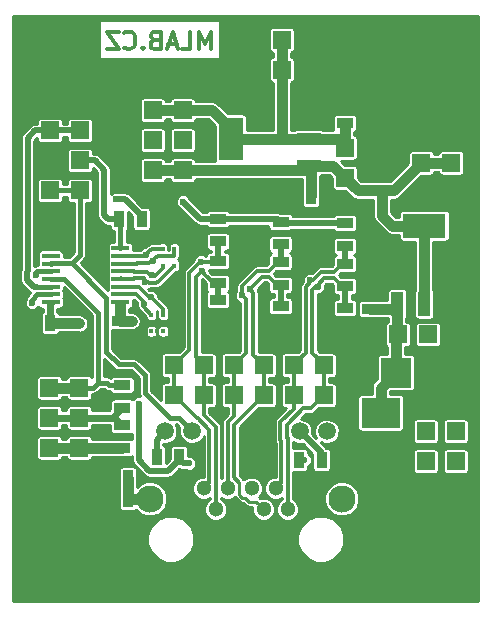
<source format=gbr>
G04 #@! TF.FileFunction,Copper,L2,Bot,Signal*
%FSLAX46Y46*%
G04 Gerber Fmt 4.6, Leading zero omitted, Abs format (unit mm)*
G04 Created by KiCad (PCBNEW 4.0.1-stable) date 16. 2. 2016 6:54:43*
%MOMM*%
G01*
G04 APERTURE LIST*
%ADD10C,0.300000*%
%ADD11C,2.300000*%
%ADD12C,1.300000*%
%ADD13C,1.500000*%
%ADD14R,1.524000X1.524000*%
%ADD15R,1.397000X0.889000*%
%ADD16R,0.889000X1.397000*%
%ADD17C,6.000000*%
%ADD18R,3.657600X2.032000*%
%ADD19R,1.016000X2.032000*%
%ADD20R,2.032000X3.657600*%
%ADD21R,2.032000X1.016000*%
%ADD22R,1.500000X0.450000*%
%ADD23R,2.550160X2.499360*%
%ADD24R,0.299720X0.449580*%
%ADD25R,3.299460X2.499360*%
%ADD26C,0.600000*%
%ADD27C,0.400000*%
%ADD28C,0.900000*%
%ADD29C,0.500000*%
%ADD30C,0.250000*%
%ADD31C,0.600000*%
%ADD32C,0.254000*%
G04 APERTURE END LIST*
D10*
X17338928Y47327429D02*
X17338928Y48827429D01*
X16838928Y47756000D01*
X16338928Y48827429D01*
X16338928Y47327429D01*
X14910356Y47327429D02*
X15624642Y47327429D01*
X15624642Y48827429D01*
X14481785Y47756000D02*
X13767499Y47756000D01*
X14624642Y47327429D02*
X14124642Y48827429D01*
X13624642Y47327429D01*
X12624642Y48113143D02*
X12410356Y48041714D01*
X12338928Y47970286D01*
X12267499Y47827429D01*
X12267499Y47613143D01*
X12338928Y47470286D01*
X12410356Y47398857D01*
X12553214Y47327429D01*
X13124642Y47327429D01*
X13124642Y48827429D01*
X12624642Y48827429D01*
X12481785Y48756000D01*
X12410356Y48684571D01*
X12338928Y48541714D01*
X12338928Y48398857D01*
X12410356Y48256000D01*
X12481785Y48184571D01*
X12624642Y48113143D01*
X13124642Y48113143D01*
X11624642Y47470286D02*
X11553214Y47398857D01*
X11624642Y47327429D01*
X11696071Y47398857D01*
X11624642Y47470286D01*
X11624642Y47327429D01*
X10053213Y47470286D02*
X10124642Y47398857D01*
X10338928Y47327429D01*
X10481785Y47327429D01*
X10696070Y47398857D01*
X10838928Y47541714D01*
X10910356Y47684571D01*
X10981785Y47970286D01*
X10981785Y48184571D01*
X10910356Y48470286D01*
X10838928Y48613143D01*
X10696070Y48756000D01*
X10481785Y48827429D01*
X10338928Y48827429D01*
X10124642Y48756000D01*
X10053213Y48684571D01*
X9553213Y48827429D02*
X8553213Y48827429D01*
X9553213Y47327429D01*
X8553213Y47327429D01*
D11*
X28450000Y9272000D03*
X12190000Y9272000D03*
D12*
X17780000Y8382000D03*
X19810000Y8382000D03*
X21840000Y8382000D03*
X23870000Y8382000D03*
X16760000Y10162000D03*
X18790000Y10162000D03*
X20820000Y10162000D03*
X22850000Y10162000D03*
D13*
X27180000Y14982000D03*
X24890000Y14982000D03*
X15750000Y14982000D03*
X13460000Y14982000D03*
D14*
X35560000Y17526000D03*
X38100000Y17526000D03*
X35560000Y14986000D03*
X38100000Y14986000D03*
X35560000Y12446000D03*
X38100000Y12446000D03*
X35560000Y9906000D03*
X38100000Y9906000D03*
D15*
X30861000Y25336500D03*
X30861000Y23431500D03*
X31877000Y35369500D03*
X31877000Y37274500D03*
D16*
X25844500Y34925000D03*
X23939500Y34925000D03*
D15*
X28702000Y41084500D03*
X28702000Y42989500D03*
D16*
X3746500Y24130000D03*
X1841500Y24130000D03*
D14*
X14224000Y18034000D03*
X14224000Y20574000D03*
X16764000Y18034000D03*
X16764000Y20574000D03*
X19304000Y18034000D03*
X19304000Y20574000D03*
X21844000Y18034000D03*
X21844000Y20574000D03*
X24384000Y18034000D03*
X24384000Y20574000D03*
X26924000Y18034000D03*
X26924000Y20574000D03*
X35179000Y40259000D03*
X37719000Y40259000D03*
X35179000Y37719000D03*
X37719000Y37719000D03*
X35179000Y35179000D03*
X37719000Y35179000D03*
X28702000Y38989000D03*
X28702000Y36449000D03*
X14986000Y37084000D03*
X14986000Y39624000D03*
X14986000Y42164000D03*
X20828000Y45593000D03*
X20828000Y48133000D03*
X23368000Y45593000D03*
X23368000Y48133000D03*
X25908000Y45593000D03*
X25908000Y48133000D03*
X3746500Y37909500D03*
X6286500Y37909500D03*
X6286500Y40449500D03*
X3746500Y40449500D03*
X6223000Y21209000D03*
X3683000Y21209000D03*
X6223000Y13589000D03*
X3683000Y13589000D03*
X6223000Y16129000D03*
X3683000Y16129000D03*
X6223000Y18669000D03*
X3683000Y18669000D03*
X6223000Y11049000D03*
X3683000Y11049000D03*
D17*
X5080000Y45720000D03*
X35560000Y5080000D03*
X5080000Y5080000D03*
X35560000Y45720000D03*
D16*
X24828500Y12573000D03*
X26733500Y12573000D03*
X14668500Y12827000D03*
X12763500Y12827000D03*
D15*
X17957800Y32956500D03*
X17957800Y31051500D03*
X17945100Y29413200D03*
X17945100Y27508200D03*
X17970500Y26098500D03*
X17970500Y24193500D03*
X23266400Y32727900D03*
X23266400Y30822900D03*
X23266400Y29298900D03*
X23266400Y27393900D03*
X23266400Y25565100D03*
X23266400Y23660100D03*
X28702000Y32600900D03*
X28702000Y30695900D03*
X28702000Y29171900D03*
X28702000Y27266900D03*
X28702000Y25438100D03*
X28702000Y23533100D03*
D16*
X9588500Y32956500D03*
X11493500Y32956500D03*
D15*
X9875520Y16987520D03*
X9875520Y18892520D03*
D18*
X35433000Y32385000D03*
D19*
X35433000Y25781000D03*
X33147000Y25781000D03*
X37719000Y25781000D03*
D20*
X19050000Y39751000D03*
D21*
X25654000Y39751000D03*
X25654000Y37465000D03*
X25654000Y42037000D03*
D22*
X3806400Y25919000D03*
X3806400Y26569000D03*
X3806400Y27219000D03*
X3806400Y27869000D03*
X3806400Y28519000D03*
X3806400Y29169000D03*
X3806400Y29819000D03*
X3806400Y30469000D03*
X9706400Y30469000D03*
X9706400Y29819000D03*
X9706400Y29169000D03*
X9706400Y28519000D03*
X9706400Y27869000D03*
X9706400Y27219000D03*
X9706400Y26569000D03*
X9706400Y25919000D03*
D23*
X38084760Y19939000D03*
X33035240Y19939000D03*
D15*
X9652000Y24320500D03*
X9652000Y22415500D03*
D24*
X13322300Y23464520D03*
X12321540Y23464520D03*
X13322300Y24866600D03*
X12821920Y23464520D03*
X12321540Y24866600D03*
X13279120Y30419040D03*
X14279880Y30419040D03*
X13279120Y29016960D03*
X13779500Y30419040D03*
X14279880Y29016960D03*
D14*
X12446000Y37084000D03*
X12446000Y39624000D03*
X12446000Y42164000D03*
X33210500Y23177500D03*
X35750500Y23177500D03*
D15*
X9842500Y15494000D03*
X9842500Y13589000D03*
D14*
X6286500Y35369500D03*
X3746500Y35369500D03*
D16*
X10350500Y9271000D03*
X8445500Y9271000D03*
X8445500Y10985500D03*
X10350500Y10985500D03*
D25*
X31750000Y9743440D03*
X31750000Y16545560D03*
D26*
X22271434Y22024199D03*
X23495000Y22034500D03*
X13157200Y22275800D03*
X12390120Y20990560D03*
X16764000Y22034500D03*
X18478500Y22034500D03*
X12636500Y18478500D03*
X15494000Y12255500D03*
X10673078Y24302720D03*
X11272520Y17332960D03*
X25273000Y12573000D03*
X15013002Y34417000D03*
X6212840Y24109681D03*
X9372600Y34625278D03*
X2568891Y28205117D03*
X11865363Y29937592D03*
X16540751Y29343754D03*
X16581013Y28529385D03*
X12436723Y29366232D03*
X20652520Y26996012D03*
X12421421Y28201688D03*
X20002500Y26479500D03*
X11820381Y27600648D03*
X25797980Y27796020D03*
X12302020Y26335520D03*
X11700980Y25734480D03*
X26399020Y27194980D03*
X2225040Y25852120D03*
D27*
X23266400Y23660100D02*
X23266400Y22263100D01*
X23266400Y22263100D02*
X23495000Y22034500D01*
D10*
X13017500Y22415500D02*
X13157200Y22275800D01*
X9652000Y22415500D02*
X13017500Y22415500D01*
X12636500Y20744180D02*
X12390120Y20990560D01*
X12636500Y18478500D02*
X12636500Y20744180D01*
X23266400Y23660100D02*
X23266400Y23456900D01*
X23266400Y23456900D02*
X21844000Y22034500D01*
X17970500Y24193500D02*
X17970500Y22542500D01*
X17970500Y22542500D02*
X18478500Y22034500D01*
D28*
X31877000Y35369500D02*
X31877000Y33212200D01*
X31877000Y33212200D02*
X32704200Y32385000D01*
X32704200Y32385000D02*
X35433000Y32385000D01*
X35433000Y25781000D02*
X35433000Y32385000D01*
X14986000Y37084000D02*
X25273000Y37084000D01*
X25273000Y37084000D02*
X25654000Y37465000D01*
X12446000Y37084000D02*
X14986000Y37084000D01*
X32829500Y35369500D02*
X31877000Y35369500D01*
X35179000Y37719000D02*
X32829500Y35369500D01*
X29781500Y35369500D02*
X28702000Y36449000D01*
X31877000Y35369500D02*
X29781500Y35369500D01*
X27686000Y37465000D02*
X28702000Y36449000D01*
X25654000Y37465000D02*
X27686000Y37465000D01*
X25844500Y37274500D02*
X25654000Y37465000D01*
X25844500Y34925000D02*
X25844500Y37274500D01*
X35179000Y37719000D02*
X37719000Y37719000D01*
X25654000Y39751000D02*
X23368000Y39751000D01*
X23368000Y39751000D02*
X19050000Y39751000D01*
X23368000Y45593000D02*
X23368000Y43931000D01*
X23368000Y43931000D02*
X23368000Y39751000D01*
X19050000Y40576500D02*
X17462500Y42164000D01*
X17462500Y42164000D02*
X14986000Y42164000D01*
X19050000Y39751000D02*
X19050000Y40576500D01*
X25654000Y39751000D02*
X28687783Y39751000D01*
X28687783Y39751000D02*
X28702000Y39765217D01*
X28702000Y39765217D02*
X28702000Y38989000D01*
X28702000Y41084500D02*
X28702000Y39765217D01*
X23368000Y48133000D02*
X23368000Y45593000D01*
X12446000Y42164000D02*
X14986000Y42164000D01*
D29*
X14986000Y12255500D02*
X15069736Y12255500D01*
X14668500Y12573000D02*
X14986000Y12255500D01*
X15069736Y12255500D02*
X15494000Y12255500D01*
X14668500Y12827000D02*
X14668500Y12573000D01*
D28*
X9652000Y24320500D02*
X9669780Y24302720D01*
X10248814Y24302720D02*
X10673078Y24302720D01*
X9669780Y24302720D02*
X10248814Y24302720D01*
D29*
X11272520Y16908696D02*
X11272520Y17332960D01*
X11272520Y12524656D02*
X11272520Y16908696D01*
X13724000Y11628500D02*
X12168676Y11628500D01*
X14668500Y12573000D02*
X13724000Y11628500D01*
X12168676Y11628500D02*
X11272520Y12524656D01*
D30*
X9706400Y25919000D02*
X9706400Y24374900D01*
X9706400Y24374900D02*
X9652000Y24320500D01*
D29*
X24828500Y12573000D02*
X25273000Y12573000D01*
X28702000Y32600900D02*
X23393400Y32600900D01*
X23393400Y32600900D02*
X23266400Y32727900D01*
X17957800Y32956500D02*
X23037800Y32956500D01*
X23037800Y32956500D02*
X23266400Y32727900D01*
X17957800Y32956500D02*
X16473502Y32956500D01*
X16473502Y32956500D02*
X15013002Y34417000D01*
D28*
X9652000Y24320500D02*
X9652000Y25665000D01*
X9652000Y25665000D02*
X9680999Y25693999D01*
X9680999Y25693999D02*
X9706400Y25693999D01*
X6192521Y24130000D02*
X6212840Y24109681D01*
X3746500Y24130000D02*
X6192521Y24130000D01*
D29*
X9796864Y34625278D02*
X9372600Y34625278D01*
X10078722Y34625278D02*
X9796864Y34625278D01*
X11493500Y33210500D02*
X10078722Y34625278D01*
X11493500Y32956500D02*
X11493500Y33210500D01*
D31*
X8702040Y16129000D02*
X9017000Y16129000D01*
X6223000Y16129000D02*
X8702040Y16129000D01*
X8702040Y16129000D02*
X9207500Y16129000D01*
X9207500Y16129000D02*
X9842500Y15494000D01*
X9017000Y16129000D02*
X9875520Y16987520D01*
X3746500Y24130000D02*
X3746500Y25784099D01*
X3746500Y25784099D02*
X3806400Y25843999D01*
X3873500Y24257000D02*
X3746500Y24130000D01*
X6223000Y16129000D02*
X3683000Y16129000D01*
D29*
X12763500Y12827000D02*
X12763500Y14285500D01*
X12763500Y14285500D02*
X13460000Y14982000D01*
D27*
X6286500Y35369500D02*
X3746500Y35369500D01*
X5594714Y29223288D02*
X6286500Y29915074D01*
X6286500Y29915074D02*
X6286500Y35369500D01*
X13925783Y16088215D02*
X14643785Y16088215D01*
X5594714Y29223288D02*
X8509000Y26309002D01*
X8509000Y26309002D02*
X8509000Y21695498D01*
X11811000Y18202998D02*
X13925783Y16088215D01*
X4876401Y29193999D02*
X4905690Y29223288D01*
X8509000Y21695498D02*
X9547997Y20656501D01*
X15000001Y15731999D02*
X15750000Y14982000D01*
X14643785Y16088215D02*
X15000001Y15731999D01*
X11811000Y19706502D02*
X11811000Y18202998D01*
X9547997Y20656501D02*
X10861001Y20656501D01*
X4905690Y29223288D02*
X5594714Y29223288D01*
X3831399Y29193999D02*
X4876401Y29193999D01*
X3806400Y29169000D02*
X3831399Y29193999D01*
X10861001Y20656501D02*
X11811000Y19706502D01*
D29*
X26733500Y12573000D02*
X26733500Y13138500D01*
X26733500Y13138500D02*
X24890000Y14982000D01*
D27*
X2568891Y28431491D02*
X2568891Y28205117D01*
X3806400Y28519000D02*
X2656400Y28519000D01*
X2656400Y28519000D02*
X2568891Y28431491D01*
D10*
X12165362Y30237591D02*
X11865363Y29937592D01*
X9706400Y29819000D02*
X11746771Y29819000D01*
X11746771Y29819000D02*
X11865363Y29937592D01*
X13279120Y30419040D02*
X12346811Y30419040D01*
X12346811Y30419040D02*
X12165362Y30237591D01*
X14224000Y20574000D02*
X15549880Y21899880D01*
X15549880Y21899880D02*
X15549880Y28417520D01*
X15549880Y28417520D02*
X16476114Y29343754D01*
X16476114Y29343754D02*
X16540751Y29343754D01*
X17621654Y29343754D02*
X16965015Y29343754D01*
X16965015Y29343754D02*
X16540751Y29343754D01*
X17691100Y29413200D02*
X17621654Y29343754D01*
X14224000Y18034000D02*
X14224000Y20574000D01*
X18199100Y29413200D02*
X17945100Y29413200D01*
X16760000Y10162000D02*
X17230001Y10632001D01*
X16175999Y16082001D02*
X14224000Y18034000D01*
X17230001Y10632001D02*
X17230001Y15130001D01*
X17230001Y15130001D02*
X16278001Y16082001D01*
X16278001Y16082001D02*
X16175999Y16082001D01*
D29*
X17945100Y29413200D02*
X17945100Y31038800D01*
X17945100Y31038800D02*
X17957800Y31051500D01*
D10*
X14279880Y30419040D02*
X14279361Y30418521D01*
X14279361Y30418521D02*
X14279361Y29914249D01*
X14279361Y29914249D02*
X14209361Y29844249D01*
X12849259Y29844249D02*
X12649200Y29644190D01*
X14209361Y29844249D02*
X12849259Y29844249D01*
X12649200Y29644190D02*
X12649200Y29626560D01*
X12649200Y29626560D02*
X12436723Y29414083D01*
X12436723Y29414083D02*
X12436723Y29366232D01*
X17691100Y27508200D02*
X17602198Y27508200D01*
X16281014Y28229386D02*
X16581013Y28529385D01*
X16108401Y28056773D02*
X16281014Y28229386D01*
X16764000Y20574000D02*
X16108401Y21229599D01*
X16108401Y21229599D02*
X16108401Y28056773D01*
X16881012Y28229386D02*
X16581013Y28529385D01*
X17602198Y27508200D02*
X16881012Y28229386D01*
X16764000Y18034000D02*
X16764000Y20574000D01*
X18199100Y27508200D02*
X17945100Y27508200D01*
D29*
X17970500Y26098500D02*
X17970500Y27482800D01*
X17970500Y27482800D02*
X17945100Y27508200D01*
D10*
X17780000Y15357806D02*
X16764000Y16373806D01*
X16764000Y16373806D02*
X16764000Y18034000D01*
X17780000Y8382000D02*
X17780000Y15357806D01*
X12138386Y29234001D02*
X12270617Y29366232D01*
X11143399Y29234001D02*
X12138386Y29234001D01*
X9706400Y29169000D02*
X11078398Y29169000D01*
X11078398Y29169000D02*
X11143399Y29234001D01*
X12270617Y29366232D02*
X12436723Y29366232D01*
D29*
X17957800Y27495500D02*
X17945100Y27508200D01*
D10*
X23266400Y27393900D02*
X22961600Y27393900D01*
X22961600Y27393900D02*
X22288500Y28067000D01*
X22288500Y28067000D02*
X21723508Y28067000D01*
X21723508Y28067000D02*
X20952519Y27296011D01*
X20952519Y27296011D02*
X20652520Y26996012D01*
X21844000Y20574000D02*
X20952519Y21465481D01*
X20952519Y26696013D02*
X20652520Y26996012D01*
X20952519Y21465481D02*
X20952519Y26696013D01*
X12472462Y28150647D02*
X12421421Y28201688D01*
X12635750Y28150647D02*
X12472462Y28150647D01*
X13279120Y29016960D02*
X13279120Y28794017D01*
X13279120Y28794017D02*
X12635750Y28150647D01*
X11941977Y28469000D02*
X12209289Y28201688D01*
X10881400Y28469000D02*
X11941977Y28469000D01*
X9706400Y28519000D02*
X10831400Y28519000D01*
X10831400Y28519000D02*
X10881400Y28469000D01*
X12209289Y28201688D02*
X12421421Y28201688D01*
D29*
X23266400Y25565100D02*
X23266400Y27393900D01*
D30*
X19790001Y10642001D02*
X19790001Y9618119D01*
X19790001Y9618119D02*
X20033581Y9374539D01*
X20033581Y9374539D02*
X20236781Y9374539D01*
X21840000Y8382000D02*
X21190001Y9031999D01*
X21190001Y9031999D02*
X20579321Y9031999D01*
X20579321Y9031999D02*
X20236781Y9374539D01*
D10*
X19339999Y11092003D02*
X19790001Y10642001D01*
X19339999Y15529999D02*
X19339999Y11092003D01*
X21844000Y18034000D02*
X21844000Y20574000D01*
X19339999Y15529999D02*
X19692908Y15882908D01*
X19692908Y15882908D02*
X21844000Y18034000D01*
X19304000Y20574000D02*
X20302499Y21572499D01*
X20302499Y21572499D02*
X20302499Y26179501D01*
X20302499Y26179501D02*
X20002500Y26479500D01*
X23266400Y29298900D02*
X23012400Y29298900D01*
X23012400Y29298900D02*
X22288500Y28575000D01*
X20002500Y26903764D02*
X20002500Y26479500D01*
X22288500Y28575000D02*
X21272500Y28575000D01*
X21272500Y28575000D02*
X20002500Y27305000D01*
X20002500Y27305000D02*
X20002500Y26903764D01*
X14279880Y29016960D02*
X12863568Y27600648D01*
X12863568Y27600648D02*
X12782383Y27600648D01*
X12109420Y27551687D02*
X12060459Y27600648D01*
X12782383Y27600648D02*
X12733422Y27551687D01*
X12733422Y27551687D02*
X12109420Y27551687D01*
X12060459Y27600648D02*
X11820381Y27600648D01*
X9706400Y27869000D02*
X10831400Y27869000D01*
X10831400Y27869000D02*
X10881400Y27919000D01*
X10881400Y27919000D02*
X11714161Y27919000D01*
X11714161Y27919000D02*
X11820381Y27812780D01*
X11820381Y27812780D02*
X11820381Y27600648D01*
X14279880Y29016960D02*
X14279880Y28942030D01*
X19304000Y18034000D02*
X19304000Y20574000D01*
X18790000Y15757817D02*
X19304000Y16271817D01*
X18790000Y10162000D02*
X18790000Y15757817D01*
X19304000Y16271817D02*
X19304000Y18034000D01*
X9706400Y27869000D02*
X9781399Y27943999D01*
D29*
X23266400Y29298900D02*
X23266400Y30822900D01*
D10*
X24384000Y18034000D02*
X24384000Y16898908D01*
X23320001Y15834909D02*
X23320001Y15817807D01*
X24384000Y16898908D02*
X23320001Y15834909D01*
X23240009Y14226185D02*
X23320001Y14146193D01*
X23320001Y10632001D02*
X22850000Y10162000D01*
X23320001Y15817807D02*
X23240008Y15737814D01*
X23240008Y15737814D02*
X23240009Y14226185D01*
X23320001Y14146193D02*
X23320001Y10632001D01*
X24384000Y20574000D02*
X24384000Y20637500D01*
X24384000Y20637500D02*
X25379000Y21632500D01*
X25379000Y21632500D02*
X25379000Y27164908D01*
X25379000Y27164908D02*
X25797980Y27583888D01*
X25797980Y27583888D02*
X25797980Y27796020D01*
X25797980Y27796020D02*
X26010112Y27796020D01*
X26010112Y27796020D02*
X26708492Y28494400D01*
X26708492Y28494400D02*
X27795900Y28494400D01*
X27795900Y28494400D02*
X28473400Y29171900D01*
X28473400Y29171900D02*
X28702000Y29171900D01*
X12302020Y26335520D02*
X13322300Y25315240D01*
X13322300Y25315240D02*
X13322300Y24866600D01*
X24384000Y18034000D02*
X24384000Y20574000D01*
X9706400Y27219000D02*
X10831400Y27219000D01*
X10831400Y27219000D02*
X10881400Y27169000D01*
X12089888Y26335520D02*
X12302020Y26335520D01*
X10881400Y27169000D02*
X11256408Y27169000D01*
X11256408Y27169000D02*
X12089888Y26335520D01*
X22852380Y10159620D02*
X22850000Y10162000D01*
D29*
X28702000Y29171900D02*
X28702000Y30695900D01*
D10*
X26924000Y18034000D02*
X25811999Y16921999D01*
X23789999Y14453999D02*
X23870000Y14373998D01*
X25811999Y16921999D02*
X25184907Y16921999D01*
X25184907Y16921999D02*
X23870000Y15607092D01*
X23870000Y15607092D02*
X23870000Y15590002D01*
X23870000Y15590002D02*
X23789999Y15510001D01*
X23789999Y15510001D02*
X23789999Y14453999D01*
X23870000Y14373998D02*
X23870000Y10632000D01*
X23870000Y10632000D02*
X23870000Y8382000D01*
X26924000Y20574000D02*
X26924000Y20637500D01*
X26924000Y20637500D02*
X25929000Y21632500D01*
X25929000Y21632500D02*
X25929000Y26937092D01*
X25929000Y26937092D02*
X26186888Y27194980D01*
X26186888Y27194980D02*
X26399020Y27194980D01*
X26399020Y27194980D02*
X26399020Y27407112D01*
X26399020Y27407112D02*
X26936308Y27944400D01*
X26936308Y27944400D02*
X27808600Y27944400D01*
X27808600Y27944400D02*
X28486100Y27266900D01*
X28486100Y27266900D02*
X28702000Y27266900D01*
X11700980Y25734480D02*
X11700980Y25487160D01*
X11700980Y25487160D02*
X12321540Y24866600D01*
X11700980Y25946612D02*
X11700980Y25734480D01*
X11028592Y26619000D02*
X11700980Y25946612D01*
X10881400Y26619000D02*
X11028592Y26619000D01*
X10831400Y26569000D02*
X10881400Y26619000D01*
X9706400Y26569000D02*
X10831400Y26569000D01*
X26924000Y18034000D02*
X26924000Y20574000D01*
D29*
X28702000Y25438100D02*
X28702000Y27266900D01*
X8318500Y33274000D02*
X8318500Y37139500D01*
X8318500Y37139500D02*
X7548500Y37909500D01*
X7548500Y37909500D02*
X6286500Y37909500D01*
X8326500Y33274000D02*
X8318500Y33274000D01*
X9588500Y32956500D02*
X8644000Y32956500D01*
X8644000Y32956500D02*
X8326500Y33274000D01*
D27*
X9706400Y30469000D02*
X9706400Y32838600D01*
X9706400Y32838600D02*
X9588500Y32956500D01*
X2225040Y26137640D02*
X2225040Y25852120D01*
X2656400Y26569000D02*
X2225040Y26137640D01*
X3806400Y26569000D02*
X2656400Y26569000D01*
D28*
X9842500Y13589000D02*
X6223000Y13589000D01*
X6223000Y13589000D02*
X3683000Y13589000D01*
D27*
X7814690Y19098690D02*
X7810500Y19094500D01*
X7814690Y25010710D02*
X7814690Y19098690D01*
X4956400Y27869000D02*
X7814690Y25010710D01*
X3806400Y27869000D02*
X4956400Y27869000D01*
X9875520Y18892520D02*
X8777020Y18892520D01*
X8777020Y18892520D02*
X8575040Y19094500D01*
X8575040Y19094500D02*
X7810500Y19094500D01*
X6223000Y18669000D02*
X7385000Y18669000D01*
X7385000Y18669000D02*
X7810500Y19094500D01*
D28*
X6223000Y18669000D02*
X3683000Y18669000D01*
D29*
X1806995Y28478652D02*
X1806995Y27779980D01*
X1806995Y27779980D02*
X2367965Y27219010D01*
X1850959Y39815959D02*
X1850959Y28522616D01*
X1850959Y28522616D02*
X1806995Y28478652D01*
X3746500Y40449500D02*
X2484500Y40449500D01*
X2484500Y40449500D02*
X1850959Y39815959D01*
X2367965Y27219010D02*
X2671388Y27219010D01*
D27*
X3806400Y27219000D02*
X2671398Y27219000D01*
X2671398Y27219000D02*
X2671388Y27219010D01*
D29*
X6286500Y40449500D02*
X3746500Y40449500D01*
D28*
X31750000Y16545560D02*
X31750000Y18653760D01*
X31750000Y18653760D02*
X33035240Y19939000D01*
X32702500Y25336500D02*
X33147000Y25781000D01*
X30861000Y25336500D02*
X32702500Y25336500D01*
X33035240Y23002240D02*
X33210500Y23177500D01*
X33035240Y19939000D02*
X33035240Y23002240D01*
X33147000Y23241000D02*
X33210500Y23177500D01*
X33147000Y25781000D02*
X33147000Y23241000D01*
X10350500Y9271000D02*
X12189000Y9271000D01*
X12189000Y9271000D02*
X12190000Y9272000D01*
X10350500Y10985500D02*
X10350500Y9271000D01*
D32*
G36*
X40009000Y631000D02*
X631000Y631000D01*
X631000Y5450476D01*
X11992657Y5450476D01*
X12293003Y4723582D01*
X12848657Y4166958D01*
X13575025Y3865344D01*
X14361524Y3864657D01*
X15088418Y4165003D01*
X15645042Y4720657D01*
X15946656Y5447025D01*
X15946659Y5450476D01*
X24692657Y5450476D01*
X24993003Y4723582D01*
X25548657Y4166958D01*
X26275025Y3865344D01*
X27061524Y3864657D01*
X27788418Y4165003D01*
X28345042Y4720657D01*
X28646656Y5447025D01*
X28647343Y6233524D01*
X28346997Y6960418D01*
X27791343Y7517042D01*
X27064975Y7818656D01*
X26278476Y7819343D01*
X25551582Y7518997D01*
X24994958Y6963343D01*
X24693344Y6236975D01*
X24692657Y5450476D01*
X15946659Y5450476D01*
X15947343Y6233524D01*
X15646997Y6960418D01*
X15091343Y7517042D01*
X14364975Y7818656D01*
X13578476Y7819343D01*
X12851582Y7518997D01*
X12294958Y6963343D01*
X11993344Y6236975D01*
X11992657Y5450476D01*
X631000Y5450476D01*
X631000Y11684000D01*
X9572594Y11684000D01*
X9572594Y10287000D01*
X9573500Y10282185D01*
X9573500Y9973974D01*
X9572594Y9969500D01*
X9572594Y8572500D01*
X9595395Y8451321D01*
X9667012Y8340026D01*
X9776286Y8265362D01*
X9906000Y8239094D01*
X10795000Y8239094D01*
X10916179Y8261895D01*
X11027474Y8333512D01*
X11032514Y8340889D01*
X11352254Y8020591D01*
X11894918Y7795257D01*
X12482505Y7794744D01*
X13025560Y8019130D01*
X13441409Y8434254D01*
X13666743Y8976918D01*
X13667256Y9564505D01*
X13442870Y10107560D01*
X13027746Y10523409D01*
X12485082Y10748743D01*
X11897495Y10749256D01*
X11354440Y10524870D01*
X11128406Y10299230D01*
X11128406Y11684000D01*
X11105605Y11805179D01*
X11033988Y11916474D01*
X10924714Y11991138D01*
X10795000Y12017406D01*
X9906000Y12017406D01*
X9784821Y11994605D01*
X9673526Y11922988D01*
X9598862Y11813714D01*
X9572594Y11684000D01*
X631000Y11684000D01*
X631000Y28478652D01*
X1229994Y28478652D01*
X1229995Y28478647D01*
X1229995Y27779985D01*
X1229994Y27779980D01*
X1273917Y27559172D01*
X1398994Y27371979D01*
X1959962Y26811012D01*
X1959964Y26811009D01*
X2072178Y26736031D01*
X2075752Y26733642D01*
X1852395Y26510285D01*
X1738155Y26339315D01*
X1716490Y26230397D01*
X1693805Y26207751D01*
X1598149Y25977385D01*
X1597931Y25727949D01*
X1693185Y25497417D01*
X1869409Y25320885D01*
X2099775Y25225229D01*
X2349211Y25225011D01*
X2579743Y25320265D01*
X2756275Y25496489D01*
X2771429Y25532985D01*
X2817412Y25461526D01*
X2926686Y25386862D01*
X3056400Y25360594D01*
X3119500Y25360594D01*
X3119500Y25099646D01*
X3069526Y25067488D01*
X2994862Y24958214D01*
X2968594Y24828500D01*
X2968594Y23431500D01*
X2991395Y23310321D01*
X3063012Y23199026D01*
X3172286Y23124362D01*
X3302000Y23098094D01*
X4191000Y23098094D01*
X4312179Y23120895D01*
X4423474Y23192512D01*
X4498138Y23301786D01*
X4508509Y23353000D01*
X6110690Y23353000D01*
X6212840Y23332681D01*
X6510184Y23391827D01*
X6762262Y23560259D01*
X6930694Y23812337D01*
X6989840Y24109681D01*
X6930694Y24407026D01*
X6762262Y24659103D01*
X6741943Y24679422D01*
X6489866Y24847854D01*
X6192521Y24907000D01*
X4509635Y24907000D01*
X4501605Y24949679D01*
X4429988Y25060974D01*
X4373500Y25099571D01*
X4373500Y25360594D01*
X4556400Y25360594D01*
X4677579Y25383395D01*
X4788874Y25455012D01*
X4863538Y25564286D01*
X4889806Y25694000D01*
X4889806Y26144000D01*
X4870299Y26247673D01*
X4889806Y26344000D01*
X4889806Y26794000D01*
X4870299Y26897673D01*
X4889806Y26994000D01*
X4889806Y27190304D01*
X7287690Y24792419D01*
X7287690Y19564479D01*
X7223988Y19663474D01*
X7114714Y19738138D01*
X6985000Y19764406D01*
X5461000Y19764406D01*
X5339821Y19741605D01*
X5228526Y19669988D01*
X5153862Y19560714D01*
X5130632Y19446000D01*
X4775584Y19446000D01*
X4755605Y19552179D01*
X4683988Y19663474D01*
X4574714Y19738138D01*
X4445000Y19764406D01*
X2921000Y19764406D01*
X2799821Y19741605D01*
X2688526Y19669988D01*
X2613862Y19560714D01*
X2587594Y19431000D01*
X2587594Y17907000D01*
X2610395Y17785821D01*
X2682012Y17674526D01*
X2791286Y17599862D01*
X2921000Y17573594D01*
X4445000Y17573594D01*
X4566179Y17596395D01*
X4677474Y17668012D01*
X4752138Y17777286D01*
X4775368Y17892000D01*
X5130416Y17892000D01*
X5150395Y17785821D01*
X5222012Y17674526D01*
X5331286Y17599862D01*
X5461000Y17573594D01*
X6985000Y17573594D01*
X7106179Y17596395D01*
X7217474Y17668012D01*
X7292138Y17777286D01*
X7318406Y17907000D01*
X7318406Y18142000D01*
X7385000Y18142000D01*
X7586675Y18182115D01*
X7757645Y18296355D01*
X8028790Y18567500D01*
X8356750Y18567500D01*
X8404375Y18519875D01*
X8575345Y18405635D01*
X8777020Y18365520D01*
X8859137Y18365520D01*
X8866415Y18326841D01*
X8938032Y18215546D01*
X9047306Y18140882D01*
X9177020Y18114614D01*
X10574020Y18114614D01*
X10695199Y18137415D01*
X10806494Y18209032D01*
X10881158Y18318306D01*
X10907426Y18448020D01*
X10907426Y19337020D01*
X10884625Y19458199D01*
X10813008Y19569494D01*
X10703734Y19644158D01*
X10574020Y19670426D01*
X9177020Y19670426D01*
X9055841Y19647625D01*
X8944546Y19576008D01*
X8894462Y19502708D01*
X8776715Y19581385D01*
X8575040Y19621500D01*
X8341690Y19621500D01*
X8341690Y21117518D01*
X9175352Y20283855D01*
X9346323Y20169616D01*
X9547997Y20129501D01*
X10642711Y20129501D01*
X11284000Y19488211D01*
X11284000Y18202998D01*
X11324115Y18001323D01*
X11351799Y17959891D01*
X11148349Y17960069D01*
X10917817Y17864815D01*
X10756099Y17703379D01*
X10703734Y17739158D01*
X10574020Y17765426D01*
X9177020Y17765426D01*
X9055841Y17742625D01*
X8944546Y17671008D01*
X8869882Y17561734D01*
X8843614Y17432020D01*
X8843614Y16842326D01*
X8757288Y16756000D01*
X7318406Y16756000D01*
X7318406Y16891000D01*
X7295605Y17012179D01*
X7223988Y17123474D01*
X7114714Y17198138D01*
X6985000Y17224406D01*
X5461000Y17224406D01*
X5339821Y17201605D01*
X5228526Y17129988D01*
X5153862Y17020714D01*
X5127594Y16891000D01*
X5127594Y16756000D01*
X4778406Y16756000D01*
X4778406Y16891000D01*
X4755605Y17012179D01*
X4683988Y17123474D01*
X4574714Y17198138D01*
X4445000Y17224406D01*
X2921000Y17224406D01*
X2799821Y17201605D01*
X2688526Y17129988D01*
X2613862Y17020714D01*
X2587594Y16891000D01*
X2587594Y15367000D01*
X2610395Y15245821D01*
X2682012Y15134526D01*
X2791286Y15059862D01*
X2921000Y15033594D01*
X4445000Y15033594D01*
X4566179Y15056395D01*
X4677474Y15128012D01*
X4752138Y15237286D01*
X4778406Y15367000D01*
X4778406Y15502000D01*
X5127594Y15502000D01*
X5127594Y15367000D01*
X5150395Y15245821D01*
X5222012Y15134526D01*
X5331286Y15059862D01*
X5461000Y15033594D01*
X6985000Y15033594D01*
X7106179Y15056395D01*
X7217474Y15128012D01*
X7292138Y15237286D01*
X7318406Y15367000D01*
X7318406Y15502000D01*
X8810594Y15502000D01*
X8810594Y15049500D01*
X8833395Y14928321D01*
X8905012Y14817026D01*
X9014286Y14742362D01*
X9144000Y14716094D01*
X10541000Y14716094D01*
X10662179Y14738895D01*
X10695520Y14760350D01*
X10695520Y14323689D01*
X10670714Y14340638D01*
X10541000Y14366906D01*
X9144000Y14366906D01*
X9139185Y14366000D01*
X7315584Y14366000D01*
X7295605Y14472179D01*
X7223988Y14583474D01*
X7114714Y14658138D01*
X6985000Y14684406D01*
X5461000Y14684406D01*
X5339821Y14661605D01*
X5228526Y14589988D01*
X5153862Y14480714D01*
X5130632Y14366000D01*
X4775584Y14366000D01*
X4755605Y14472179D01*
X4683988Y14583474D01*
X4574714Y14658138D01*
X4445000Y14684406D01*
X2921000Y14684406D01*
X2799821Y14661605D01*
X2688526Y14589988D01*
X2613862Y14480714D01*
X2587594Y14351000D01*
X2587594Y12827000D01*
X2610395Y12705821D01*
X2682012Y12594526D01*
X2791286Y12519862D01*
X2921000Y12493594D01*
X4445000Y12493594D01*
X4566179Y12516395D01*
X4677474Y12588012D01*
X4752138Y12697286D01*
X4775368Y12812000D01*
X5130416Y12812000D01*
X5150395Y12705821D01*
X5222012Y12594526D01*
X5331286Y12519862D01*
X5461000Y12493594D01*
X6985000Y12493594D01*
X7106179Y12516395D01*
X7217474Y12588012D01*
X7292138Y12697286D01*
X7315368Y12812000D01*
X9139526Y12812000D01*
X9144000Y12811094D01*
X10541000Y12811094D01*
X10662179Y12833895D01*
X10695520Y12855350D01*
X10695520Y12524661D01*
X10695519Y12524656D01*
X10739442Y12303848D01*
X10864519Y12116655D01*
X11760675Y11220499D01*
X11947868Y11095422D01*
X12168676Y11051499D01*
X12168681Y11051500D01*
X13723995Y11051500D01*
X13724000Y11051499D01*
X13944808Y11095422D01*
X14132001Y11220499D01*
X14686502Y11775000D01*
X14718948Y11753321D01*
X14765192Y11722422D01*
X14986000Y11678499D01*
X14986005Y11678500D01*
X15248584Y11678500D01*
X15368735Y11628609D01*
X15618171Y11628391D01*
X15848703Y11723645D01*
X16025235Y11899869D01*
X16120891Y12130235D01*
X16121109Y12379671D01*
X16025855Y12610203D01*
X15849631Y12786735D01*
X15619265Y12882391D01*
X15446406Y12882542D01*
X15446406Y13525500D01*
X15423605Y13646679D01*
X15351988Y13757974D01*
X15242714Y13832638D01*
X15113000Y13858906D01*
X14224000Y13858906D01*
X14102821Y13836105D01*
X13991526Y13764488D01*
X13916862Y13655214D01*
X13890594Y13525500D01*
X13890594Y12611095D01*
X13541406Y12261908D01*
X13541406Y13525500D01*
X13518605Y13646679D01*
X13446988Y13757974D01*
X13340500Y13830734D01*
X13340500Y13905103D01*
X13673289Y13904813D01*
X14069275Y14068431D01*
X14372504Y14371132D01*
X14536813Y14766832D01*
X14537187Y15195289D01*
X14385990Y15561215D01*
X14425495Y15561215D01*
X14627355Y15359354D01*
X14627358Y15359352D01*
X14707326Y15279384D01*
X14673187Y15197168D01*
X14672813Y14768711D01*
X14836431Y14372725D01*
X15139132Y14069496D01*
X15534832Y13905187D01*
X15963289Y13904813D01*
X16359275Y14068431D01*
X16662504Y14371132D01*
X16753001Y14589073D01*
X16753001Y11139007D01*
X16566515Y11139170D01*
X16207297Y10990744D01*
X15932222Y10716149D01*
X15783170Y10357190D01*
X15782830Y9968515D01*
X15931256Y9609297D01*
X16205851Y9334222D01*
X16564810Y9185170D01*
X16953485Y9184830D01*
X17303000Y9329247D01*
X17303000Y9242024D01*
X17227297Y9210744D01*
X16952222Y8936149D01*
X16803170Y8577190D01*
X16802830Y8188515D01*
X16951256Y7829297D01*
X17225851Y7554222D01*
X17584810Y7405170D01*
X17973485Y7404830D01*
X18332703Y7553256D01*
X18607778Y7827851D01*
X18756830Y8186810D01*
X18757170Y8575485D01*
X18608744Y8934703D01*
X18334149Y9209778D01*
X18257000Y9241813D01*
X18257000Y9325440D01*
X18594810Y9185170D01*
X18983485Y9184830D01*
X19342703Y9333256D01*
X19405370Y9395814D01*
X19470389Y9298507D01*
X19713969Y9054927D01*
X19860608Y8956945D01*
X20033581Y8922539D01*
X20049557Y8922539D01*
X20259709Y8712387D01*
X20406348Y8614405D01*
X20579321Y8579999D01*
X20864336Y8579999D01*
X20863170Y8577190D01*
X20862830Y8188515D01*
X21011256Y7829297D01*
X21285851Y7554222D01*
X21644810Y7405170D01*
X22033485Y7404830D01*
X22392703Y7553256D01*
X22667778Y7827851D01*
X22816830Y8186810D01*
X22817170Y8575485D01*
X22668744Y8934703D01*
X22394149Y9209778D01*
X22035190Y9358830D01*
X21646515Y9359170D01*
X21544292Y9316932D01*
X21509613Y9351611D01*
X21438614Y9399052D01*
X21647778Y9607851D01*
X21796830Y9966810D01*
X21796831Y9968515D01*
X21872830Y9968515D01*
X22021256Y9609297D01*
X22295851Y9334222D01*
X22654810Y9185170D01*
X23043485Y9184830D01*
X23393000Y9329247D01*
X23393000Y9242024D01*
X23317297Y9210744D01*
X23042222Y8936149D01*
X22893170Y8577190D01*
X22892830Y8188515D01*
X23041256Y7829297D01*
X23315851Y7554222D01*
X23674810Y7405170D01*
X24063485Y7404830D01*
X24422703Y7553256D01*
X24697778Y7827851D01*
X24846830Y8186810D01*
X24847170Y8575485D01*
X24698744Y8934703D01*
X24654031Y8979495D01*
X26972744Y8979495D01*
X27197130Y8436440D01*
X27612254Y8020591D01*
X28154918Y7795257D01*
X28742505Y7794744D01*
X29285560Y8019130D01*
X29701409Y8434254D01*
X29926743Y8976918D01*
X29927256Y9564505D01*
X29702870Y10107560D01*
X29287746Y10523409D01*
X28745082Y10748743D01*
X28157495Y10749256D01*
X27614440Y10524870D01*
X27198591Y10109746D01*
X26973257Y9567082D01*
X26972744Y8979495D01*
X24654031Y8979495D01*
X24424149Y9209778D01*
X24347000Y9241813D01*
X24347000Y11548587D01*
X24384000Y11541094D01*
X25273000Y11541094D01*
X25394179Y11563895D01*
X25505474Y11635512D01*
X25580138Y11744786D01*
X25606406Y11874500D01*
X25606406Y12032345D01*
X25627703Y12041145D01*
X25804235Y12217369D01*
X25899891Y12447735D01*
X25900109Y12697171D01*
X25804855Y12927703D01*
X25628631Y13104235D01*
X25606406Y13113464D01*
X25606406Y13271500D01*
X25583605Y13392679D01*
X25511988Y13503974D01*
X25402714Y13578638D01*
X25273000Y13604906D01*
X24384000Y13604906D01*
X24347000Y13597944D01*
X24347000Y14041315D01*
X24674832Y13905187D01*
X25103289Y13904813D01*
X25137181Y13918817D01*
X25955594Y13100405D01*
X25955594Y11874500D01*
X25978395Y11753321D01*
X26050012Y11642026D01*
X26159286Y11567362D01*
X26289000Y11541094D01*
X27178000Y11541094D01*
X27299179Y11563895D01*
X27410474Y11635512D01*
X27485138Y11744786D01*
X27511406Y11874500D01*
X27511406Y13208000D01*
X34464594Y13208000D01*
X34464594Y11684000D01*
X34487395Y11562821D01*
X34559012Y11451526D01*
X34668286Y11376862D01*
X34798000Y11350594D01*
X36322000Y11350594D01*
X36443179Y11373395D01*
X36554474Y11445012D01*
X36629138Y11554286D01*
X36655406Y11684000D01*
X36655406Y13208000D01*
X37004594Y13208000D01*
X37004594Y11684000D01*
X37027395Y11562821D01*
X37099012Y11451526D01*
X37208286Y11376862D01*
X37338000Y11350594D01*
X38862000Y11350594D01*
X38983179Y11373395D01*
X39094474Y11445012D01*
X39169138Y11554286D01*
X39195406Y11684000D01*
X39195406Y13208000D01*
X39172605Y13329179D01*
X39100988Y13440474D01*
X38991714Y13515138D01*
X38862000Y13541406D01*
X37338000Y13541406D01*
X37216821Y13518605D01*
X37105526Y13446988D01*
X37030862Y13337714D01*
X37004594Y13208000D01*
X36655406Y13208000D01*
X36632605Y13329179D01*
X36560988Y13440474D01*
X36451714Y13515138D01*
X36322000Y13541406D01*
X34798000Y13541406D01*
X34676821Y13518605D01*
X34565526Y13446988D01*
X34490862Y13337714D01*
X34464594Y13208000D01*
X27511406Y13208000D01*
X27511406Y13271500D01*
X27488605Y13392679D01*
X27416988Y13503974D01*
X27307714Y13578638D01*
X27178000Y13604906D01*
X27083095Y13604906D01*
X26653565Y14034436D01*
X26964832Y13905187D01*
X27393289Y13904813D01*
X27789275Y14068431D01*
X28092504Y14371132D01*
X28256813Y14766832D01*
X28257187Y15195289D01*
X28093569Y15591275D01*
X27790868Y15894504D01*
X27395168Y16058813D01*
X26966711Y16059187D01*
X26570725Y15895569D01*
X26267496Y15592868D01*
X26103187Y15197168D01*
X26102813Y14768711D01*
X26232037Y14455964D01*
X25953421Y14734581D01*
X25966813Y14766832D01*
X25967187Y15195289D01*
X25803569Y15591275D01*
X25500868Y15894504D01*
X25105168Y16058813D01*
X24996396Y16058908D01*
X25382487Y16444999D01*
X25811999Y16444999D01*
X25994539Y16481308D01*
X26149289Y16584709D01*
X26503174Y16938594D01*
X27686000Y16938594D01*
X27807179Y16961395D01*
X27918474Y17033012D01*
X27993138Y17142286D01*
X28019406Y17272000D01*
X28019406Y17795240D01*
X29766864Y17795240D01*
X29766864Y15295880D01*
X29789665Y15174701D01*
X29861282Y15063406D01*
X29970556Y14988742D01*
X30100270Y14962474D01*
X33399730Y14962474D01*
X33520909Y14985275D01*
X33632204Y15056892D01*
X33706868Y15166166D01*
X33733136Y15295880D01*
X33733136Y15748000D01*
X34464594Y15748000D01*
X34464594Y14224000D01*
X34487395Y14102821D01*
X34559012Y13991526D01*
X34668286Y13916862D01*
X34798000Y13890594D01*
X36322000Y13890594D01*
X36443179Y13913395D01*
X36554474Y13985012D01*
X36629138Y14094286D01*
X36655406Y14224000D01*
X36655406Y15748000D01*
X37004594Y15748000D01*
X37004594Y14224000D01*
X37027395Y14102821D01*
X37099012Y13991526D01*
X37208286Y13916862D01*
X37338000Y13890594D01*
X38862000Y13890594D01*
X38983179Y13913395D01*
X39094474Y13985012D01*
X39169138Y14094286D01*
X39195406Y14224000D01*
X39195406Y15748000D01*
X39172605Y15869179D01*
X39100988Y15980474D01*
X38991714Y16055138D01*
X38862000Y16081406D01*
X37338000Y16081406D01*
X37216821Y16058605D01*
X37105526Y15986988D01*
X37030862Y15877714D01*
X37004594Y15748000D01*
X36655406Y15748000D01*
X36632605Y15869179D01*
X36560988Y15980474D01*
X36451714Y16055138D01*
X36322000Y16081406D01*
X34798000Y16081406D01*
X34676821Y16058605D01*
X34565526Y15986988D01*
X34490862Y15877714D01*
X34464594Y15748000D01*
X33733136Y15748000D01*
X33733136Y17795240D01*
X33710335Y17916419D01*
X33638718Y18027714D01*
X33529444Y18102378D01*
X33399730Y18128646D01*
X32527000Y18128646D01*
X32527000Y18331916D01*
X32550998Y18355914D01*
X34310320Y18355914D01*
X34431499Y18378715D01*
X34542794Y18450332D01*
X34617458Y18559606D01*
X34643726Y18689320D01*
X34643726Y21188680D01*
X34620925Y21309859D01*
X34549308Y21421154D01*
X34440034Y21495818D01*
X34310320Y21522086D01*
X33812240Y21522086D01*
X33812240Y22082094D01*
X33972500Y22082094D01*
X34093679Y22104895D01*
X34204974Y22176512D01*
X34279638Y22285786D01*
X34305906Y22415500D01*
X34305906Y23939500D01*
X34655094Y23939500D01*
X34655094Y22415500D01*
X34677895Y22294321D01*
X34749512Y22183026D01*
X34858786Y22108362D01*
X34988500Y22082094D01*
X36512500Y22082094D01*
X36633679Y22104895D01*
X36744974Y22176512D01*
X36819638Y22285786D01*
X36845906Y22415500D01*
X36845906Y23939500D01*
X36823105Y24060679D01*
X36751488Y24171974D01*
X36642214Y24246638D01*
X36512500Y24272906D01*
X34988500Y24272906D01*
X34867321Y24250105D01*
X34756026Y24178488D01*
X34681362Y24069214D01*
X34655094Y23939500D01*
X34305906Y23939500D01*
X34283105Y24060679D01*
X34211488Y24171974D01*
X34102214Y24246638D01*
X33972500Y24272906D01*
X33924000Y24272906D01*
X33924000Y24579469D01*
X33962138Y24635286D01*
X33988406Y24765000D01*
X33988406Y26797000D01*
X33965605Y26918179D01*
X33893988Y27029474D01*
X33784714Y27104138D01*
X33655000Y27130406D01*
X32639000Y27130406D01*
X32517821Y27107605D01*
X32406526Y27035988D01*
X32331862Y26926714D01*
X32305594Y26797000D01*
X32305594Y26113500D01*
X31563974Y26113500D01*
X31559500Y26114406D01*
X30162500Y26114406D01*
X30041321Y26091605D01*
X29930026Y26019988D01*
X29855362Y25910714D01*
X29829094Y25781000D01*
X29829094Y24892000D01*
X29851895Y24770821D01*
X29923512Y24659526D01*
X30032786Y24584862D01*
X30162500Y24558594D01*
X31559500Y24558594D01*
X31564315Y24559500D01*
X32370000Y24559500D01*
X32370000Y24258135D01*
X32327321Y24250105D01*
X32216026Y24178488D01*
X32141362Y24069214D01*
X32115094Y23939500D01*
X32115094Y22415500D01*
X32137895Y22294321D01*
X32209512Y22183026D01*
X32258240Y22149731D01*
X32258240Y21522086D01*
X31760160Y21522086D01*
X31638981Y21499285D01*
X31527686Y21427668D01*
X31453022Y21318394D01*
X31426754Y21188680D01*
X31426754Y19429358D01*
X31200578Y19203182D01*
X31032146Y18951105D01*
X30973000Y18653760D01*
X30973000Y18128646D01*
X30100270Y18128646D01*
X29979091Y18105845D01*
X29867796Y18034228D01*
X29793132Y17924954D01*
X29766864Y17795240D01*
X28019406Y17795240D01*
X28019406Y18796000D01*
X27996605Y18917179D01*
X27924988Y19028474D01*
X27815714Y19103138D01*
X27686000Y19129406D01*
X27401000Y19129406D01*
X27401000Y19478594D01*
X27686000Y19478594D01*
X27807179Y19501395D01*
X27918474Y19573012D01*
X27993138Y19682286D01*
X28019406Y19812000D01*
X28019406Y21336000D01*
X27996605Y21457179D01*
X27924988Y21568474D01*
X27815714Y21643138D01*
X27686000Y21669406D01*
X26566674Y21669406D01*
X26406000Y21830080D01*
X26406000Y26567973D01*
X26523191Y26567871D01*
X26753723Y26663125D01*
X26930255Y26839349D01*
X27025911Y27069715D01*
X27026129Y27319151D01*
X27014290Y27347802D01*
X27133888Y27467400D01*
X27611020Y27467400D01*
X27670094Y27408326D01*
X27670094Y26822400D01*
X27692895Y26701221D01*
X27764512Y26589926D01*
X27873786Y26515262D01*
X28003500Y26488994D01*
X28125000Y26488994D01*
X28125000Y26216006D01*
X28003500Y26216006D01*
X27882321Y26193205D01*
X27771026Y26121588D01*
X27696362Y26012314D01*
X27670094Y25882600D01*
X27670094Y24993600D01*
X27692895Y24872421D01*
X27764512Y24761126D01*
X27873786Y24686462D01*
X28003500Y24660194D01*
X29400500Y24660194D01*
X29521679Y24682995D01*
X29632974Y24754612D01*
X29707638Y24863886D01*
X29733906Y24993600D01*
X29733906Y25882600D01*
X29711105Y26003779D01*
X29639488Y26115074D01*
X29530214Y26189738D01*
X29400500Y26216006D01*
X29279000Y26216006D01*
X29279000Y26488994D01*
X29400500Y26488994D01*
X29521679Y26511795D01*
X29632974Y26583412D01*
X29707638Y26692686D01*
X29733906Y26822400D01*
X29733906Y27711400D01*
X29711105Y27832579D01*
X29639488Y27943874D01*
X29530214Y28018538D01*
X29400500Y28044806D01*
X28382774Y28044806D01*
X28201830Y28225750D01*
X28370074Y28393994D01*
X29400500Y28393994D01*
X29521679Y28416795D01*
X29632974Y28488412D01*
X29707638Y28597686D01*
X29733906Y28727400D01*
X29733906Y29616400D01*
X29711105Y29737579D01*
X29639488Y29848874D01*
X29530214Y29923538D01*
X29481930Y29933316D01*
X29521679Y29940795D01*
X29632974Y30012412D01*
X29707638Y30121686D01*
X29733906Y30251400D01*
X29733906Y31140400D01*
X29711105Y31261579D01*
X29639488Y31372874D01*
X29530214Y31447538D01*
X29400500Y31473806D01*
X28003500Y31473806D01*
X27882321Y31451005D01*
X27771026Y31379388D01*
X27696362Y31270114D01*
X27670094Y31140400D01*
X27670094Y30251400D01*
X27692895Y30130221D01*
X27764512Y30018926D01*
X27873786Y29944262D01*
X27922070Y29934484D01*
X27882321Y29927005D01*
X27771026Y29855388D01*
X27696362Y29746114D01*
X27670094Y29616400D01*
X27670094Y29043174D01*
X27598320Y28971400D01*
X26708492Y28971400D01*
X26525951Y28935091D01*
X26371202Y28831690D01*
X25950928Y28411416D01*
X25923245Y28422911D01*
X25673809Y28423129D01*
X25443277Y28327875D01*
X25266745Y28151651D01*
X25171089Y27921285D01*
X25170871Y27671849D01*
X25182710Y27643198D01*
X25041710Y27502198D01*
X24938309Y27347448D01*
X24902000Y27164908D01*
X24902000Y21830080D01*
X24741326Y21669406D01*
X23622000Y21669406D01*
X23500821Y21646605D01*
X23389526Y21574988D01*
X23314862Y21465714D01*
X23288594Y21336000D01*
X23288594Y19812000D01*
X23311395Y19690821D01*
X23383012Y19579526D01*
X23492286Y19504862D01*
X23622000Y19478594D01*
X23907000Y19478594D01*
X23907000Y19129406D01*
X23622000Y19129406D01*
X23500821Y19106605D01*
X23389526Y19034988D01*
X23314862Y18925714D01*
X23288594Y18796000D01*
X23288594Y17272000D01*
X23311395Y17150821D01*
X23383012Y17039526D01*
X23492286Y16964862D01*
X23622000Y16938594D01*
X23749106Y16938594D01*
X22982711Y16172199D01*
X22948273Y16120659D01*
X22902718Y16075104D01*
X22799317Y15920354D01*
X22763008Y15737814D01*
X22763009Y14226185D01*
X22799318Y14043645D01*
X22843001Y13978269D01*
X22843001Y11139007D01*
X22656515Y11139170D01*
X22297297Y10990744D01*
X22022222Y10716149D01*
X21873170Y10357190D01*
X21872830Y9968515D01*
X21796831Y9968515D01*
X21797170Y10355485D01*
X21648744Y10714703D01*
X21374149Y10989778D01*
X21015190Y11138830D01*
X20626515Y11139170D01*
X20267297Y10990744D01*
X20178720Y10902322D01*
X20127291Y10979291D01*
X19816999Y11289583D01*
X19816999Y15332419D01*
X21423174Y16938594D01*
X22606000Y16938594D01*
X22727179Y16961395D01*
X22838474Y17033012D01*
X22913138Y17142286D01*
X22939406Y17272000D01*
X22939406Y18796000D01*
X22916605Y18917179D01*
X22844988Y19028474D01*
X22735714Y19103138D01*
X22606000Y19129406D01*
X22321000Y19129406D01*
X22321000Y19478594D01*
X22606000Y19478594D01*
X22727179Y19501395D01*
X22838474Y19573012D01*
X22913138Y19682286D01*
X22939406Y19812000D01*
X22939406Y21336000D01*
X22916605Y21457179D01*
X22844988Y21568474D01*
X22735714Y21643138D01*
X22606000Y21669406D01*
X21429519Y21669406D01*
X21429519Y26696013D01*
X21393210Y26878553D01*
X21319682Y26988594D01*
X21921088Y27590000D01*
X22090920Y27590000D01*
X22234494Y27446426D01*
X22234494Y26949400D01*
X22257295Y26828221D01*
X22328912Y26716926D01*
X22438186Y26642262D01*
X22567900Y26615994D01*
X22689400Y26615994D01*
X22689400Y26343006D01*
X22567900Y26343006D01*
X22446721Y26320205D01*
X22335426Y26248588D01*
X22260762Y26139314D01*
X22234494Y26009600D01*
X22234494Y25120600D01*
X22257295Y24999421D01*
X22328912Y24888126D01*
X22438186Y24813462D01*
X22567900Y24787194D01*
X23964900Y24787194D01*
X24086079Y24809995D01*
X24197374Y24881612D01*
X24272038Y24990886D01*
X24298306Y25120600D01*
X24298306Y26009600D01*
X24275505Y26130779D01*
X24203888Y26242074D01*
X24094614Y26316738D01*
X23964900Y26343006D01*
X23843400Y26343006D01*
X23843400Y26615994D01*
X23964900Y26615994D01*
X24086079Y26638795D01*
X24197374Y26710412D01*
X24272038Y26819686D01*
X24298306Y26949400D01*
X24298306Y27838400D01*
X24275505Y27959579D01*
X24203888Y28070874D01*
X24094614Y28145538D01*
X23964900Y28171806D01*
X22858274Y28171806D01*
X22709080Y28321000D01*
X22909074Y28520994D01*
X23964900Y28520994D01*
X24086079Y28543795D01*
X24197374Y28615412D01*
X24272038Y28724686D01*
X24298306Y28854400D01*
X24298306Y29743400D01*
X24275505Y29864579D01*
X24203888Y29975874D01*
X24094614Y30050538D01*
X24046330Y30060316D01*
X24086079Y30067795D01*
X24197374Y30139412D01*
X24272038Y30248686D01*
X24298306Y30378400D01*
X24298306Y31267400D01*
X24275505Y31388579D01*
X24203888Y31499874D01*
X24094614Y31574538D01*
X23964900Y31600806D01*
X22567900Y31600806D01*
X22446721Y31578005D01*
X22335426Y31506388D01*
X22260762Y31397114D01*
X22234494Y31267400D01*
X22234494Y30378400D01*
X22257295Y30257221D01*
X22328912Y30145926D01*
X22438186Y30071262D01*
X22486470Y30061484D01*
X22446721Y30054005D01*
X22335426Y29982388D01*
X22260762Y29873114D01*
X22234494Y29743400D01*
X22234494Y29195574D01*
X22090920Y29052000D01*
X21272500Y29052000D01*
X21089960Y29015691D01*
X20935210Y28912290D01*
X19665210Y27642290D01*
X19561809Y27487540D01*
X19525500Y27305000D01*
X19525500Y26889271D01*
X19471265Y26835131D01*
X19375609Y26604765D01*
X19375391Y26355329D01*
X19470645Y26124797D01*
X19646869Y25948265D01*
X19825499Y25874092D01*
X19825499Y21770079D01*
X19724826Y21669406D01*
X18542000Y21669406D01*
X18420821Y21646605D01*
X18309526Y21574988D01*
X18234862Y21465714D01*
X18208594Y21336000D01*
X18208594Y19812000D01*
X18231395Y19690821D01*
X18303012Y19579526D01*
X18412286Y19504862D01*
X18542000Y19478594D01*
X18827000Y19478594D01*
X18827000Y19129406D01*
X18542000Y19129406D01*
X18420821Y19106605D01*
X18309526Y19034988D01*
X18234862Y18925714D01*
X18208594Y18796000D01*
X18208594Y17272000D01*
X18231395Y17150821D01*
X18303012Y17039526D01*
X18412286Y16964862D01*
X18542000Y16938594D01*
X18827000Y16938594D01*
X18827000Y16469397D01*
X18452710Y16095107D01*
X18349309Y15940357D01*
X18313000Y15757817D01*
X18313000Y11022024D01*
X18257000Y10998885D01*
X18257000Y15357806D01*
X18220691Y15540346D01*
X18117290Y15695096D01*
X17241000Y16571386D01*
X17241000Y16938594D01*
X17526000Y16938594D01*
X17647179Y16961395D01*
X17758474Y17033012D01*
X17833138Y17142286D01*
X17859406Y17272000D01*
X17859406Y18796000D01*
X17836605Y18917179D01*
X17764988Y19028474D01*
X17655714Y19103138D01*
X17526000Y19129406D01*
X17241000Y19129406D01*
X17241000Y19478594D01*
X17526000Y19478594D01*
X17647179Y19501395D01*
X17758474Y19573012D01*
X17833138Y19682286D01*
X17859406Y19812000D01*
X17859406Y21336000D01*
X17836605Y21457179D01*
X17764988Y21568474D01*
X17655714Y21643138D01*
X17526000Y21669406D01*
X16585401Y21669406D01*
X16585401Y27850417D01*
X16913194Y27522624D01*
X16913194Y27063700D01*
X16935995Y26942521D01*
X17007612Y26831226D01*
X17060202Y26795293D01*
X17039526Y26781988D01*
X16964862Y26672714D01*
X16938594Y26543000D01*
X16938594Y25654000D01*
X16961395Y25532821D01*
X17033012Y25421526D01*
X17142286Y25346862D01*
X17272000Y25320594D01*
X18669000Y25320594D01*
X18790179Y25343395D01*
X18901474Y25415012D01*
X18976138Y25524286D01*
X19002406Y25654000D01*
X19002406Y26543000D01*
X18979605Y26664179D01*
X18907988Y26775474D01*
X18855398Y26811407D01*
X18876074Y26824712D01*
X18950738Y26933986D01*
X18977006Y27063700D01*
X18977006Y27952700D01*
X18954205Y28073879D01*
X18882588Y28185174D01*
X18773314Y28259838D01*
X18643600Y28286106D01*
X17498872Y28286106D01*
X17208055Y28576923D01*
X17208113Y28643088D01*
X17246600Y28635294D01*
X18643600Y28635294D01*
X18764779Y28658095D01*
X18876074Y28729712D01*
X18950738Y28838986D01*
X18977006Y28968700D01*
X18977006Y29857700D01*
X18954205Y29978879D01*
X18882588Y30090174D01*
X18773314Y30164838D01*
X18643600Y30191106D01*
X18522100Y30191106D01*
X18522100Y30273594D01*
X18656300Y30273594D01*
X18777479Y30296395D01*
X18888774Y30368012D01*
X18963438Y30477286D01*
X18989706Y30607000D01*
X18989706Y31496000D01*
X18966905Y31617179D01*
X18895288Y31728474D01*
X18786014Y31803138D01*
X18656300Y31829406D01*
X17259300Y31829406D01*
X17138121Y31806605D01*
X17026826Y31734988D01*
X16952162Y31625714D01*
X16925894Y31496000D01*
X16925894Y30607000D01*
X16948695Y30485821D01*
X17020312Y30374526D01*
X17129586Y30299862D01*
X17259300Y30273594D01*
X17368100Y30273594D01*
X17368100Y30191106D01*
X17246600Y30191106D01*
X17125421Y30168305D01*
X17014126Y30096688D01*
X16939462Y29987414D01*
X16913269Y29858072D01*
X16896382Y29874989D01*
X16666016Y29970645D01*
X16416580Y29970863D01*
X16186048Y29875609D01*
X16009516Y29699385D01*
X15913860Y29469019D01*
X15913849Y29456069D01*
X15212590Y28754810D01*
X15109189Y28600060D01*
X15072880Y28417520D01*
X15072880Y22097460D01*
X14644826Y21669406D01*
X13462000Y21669406D01*
X13340821Y21646605D01*
X13229526Y21574988D01*
X13154862Y21465714D01*
X13128594Y21336000D01*
X13128594Y19812000D01*
X13151395Y19690821D01*
X13223012Y19579526D01*
X13332286Y19504862D01*
X13462000Y19478594D01*
X13747000Y19478594D01*
X13747000Y19129406D01*
X13462000Y19129406D01*
X13340821Y19106605D01*
X13229526Y19034988D01*
X13154862Y18925714D01*
X13128594Y18796000D01*
X13128594Y17630694D01*
X12338000Y18421288D01*
X12338000Y19706502D01*
X12297885Y19908176D01*
X12259978Y19964908D01*
X12183645Y20079148D01*
X11233646Y21029146D01*
X11062676Y21143386D01*
X10861001Y21183501D01*
X9766288Y21183501D01*
X9036000Y21913788D01*
X9036000Y23542594D01*
X9584949Y23542594D01*
X9669780Y23525720D01*
X10673078Y23525720D01*
X10970423Y23584866D01*
X11126734Y23689310D01*
X11838274Y23689310D01*
X11838274Y23239730D01*
X11861075Y23118551D01*
X11932692Y23007256D01*
X12041966Y22932592D01*
X12171680Y22906324D01*
X12471400Y22906324D01*
X12592579Y22929125D01*
X12703874Y23000742D01*
X12778538Y23110016D01*
X12804806Y23239730D01*
X12804806Y23689310D01*
X12839034Y23689310D01*
X12839034Y23239730D01*
X12861835Y23118551D01*
X12933452Y23007256D01*
X13042726Y22932592D01*
X13172440Y22906324D01*
X13472160Y22906324D01*
X13593339Y22929125D01*
X13704634Y23000742D01*
X13779298Y23110016D01*
X13805566Y23239730D01*
X13805566Y23689310D01*
X13782765Y23810489D01*
X13711148Y23921784D01*
X13601874Y23996448D01*
X13472160Y24022716D01*
X13172440Y24022716D01*
X13051261Y23999915D01*
X12939966Y23928298D01*
X12865302Y23819024D01*
X12839034Y23689310D01*
X12804806Y23689310D01*
X12782005Y23810489D01*
X12710388Y23921784D01*
X12601114Y23996448D01*
X12471400Y24022716D01*
X12171680Y24022716D01*
X12050501Y23999915D01*
X11939206Y23928298D01*
X11864542Y23819024D01*
X11838274Y23689310D01*
X11126734Y23689310D01*
X11222500Y23753298D01*
X11390932Y24005375D01*
X11450078Y24302720D01*
X11390932Y24600065D01*
X11222500Y24852142D01*
X10970423Y25020574D01*
X10673078Y25079720D01*
X10442773Y25079720D01*
X10429000Y25082509D01*
X10429000Y25360594D01*
X10456400Y25360594D01*
X10577579Y25383395D01*
X10688874Y25455012D01*
X10763538Y25564286D01*
X10789806Y25694000D01*
X10789806Y26092000D01*
X10831400Y26092000D01*
X10872781Y26100231D01*
X11085584Y25887428D01*
X11074089Y25859745D01*
X11073871Y25610309D01*
X11169125Y25379777D01*
X11292958Y25255728D01*
X11363690Y25149870D01*
X11838274Y24675286D01*
X11838274Y24641810D01*
X11861075Y24520631D01*
X11932692Y24409336D01*
X12041966Y24334672D01*
X12171680Y24308404D01*
X12471400Y24308404D01*
X12592579Y24331205D01*
X12703874Y24402822D01*
X12778538Y24512096D01*
X12804806Y24641810D01*
X12804806Y25091390D01*
X12789332Y25173628D01*
X12844513Y25118447D01*
X12839034Y25091390D01*
X12839034Y24641810D01*
X12861835Y24520631D01*
X12933452Y24409336D01*
X13042726Y24334672D01*
X13172440Y24308404D01*
X13472160Y24308404D01*
X13593339Y24331205D01*
X13704634Y24402822D01*
X13779298Y24512096D01*
X13805566Y24641810D01*
X13805566Y25091390D01*
X13799300Y25124692D01*
X13799300Y25315240D01*
X13762991Y25497780D01*
X13659590Y25652530D01*
X12929062Y26383058D01*
X12929129Y26459691D01*
X12833875Y26690223D01*
X12657651Y26866755D01*
X12427285Y26962411D01*
X12177849Y26962629D01*
X12149198Y26950790D01*
X12073266Y27026722D01*
X12175084Y27068793D01*
X12180988Y27074687D01*
X12733422Y27074687D01*
X12915962Y27110996D01*
X12965131Y27143850D01*
X13046108Y27159957D01*
X13200858Y27263358D01*
X14396264Y28458764D01*
X14429740Y28458764D01*
X14550919Y28481565D01*
X14662214Y28553182D01*
X14736878Y28662456D01*
X14763146Y28792170D01*
X14763146Y29241750D01*
X14740345Y29362929D01*
X14668728Y29474224D01*
X14576757Y29537065D01*
X14616651Y29576959D01*
X14720052Y29731709D01*
X14756361Y29914249D01*
X14756361Y30160745D01*
X14763146Y30194250D01*
X14763146Y30643830D01*
X14740345Y30765009D01*
X14668728Y30876304D01*
X14559454Y30950968D01*
X14429740Y30977236D01*
X14130020Y30977236D01*
X14008841Y30954435D01*
X13897546Y30882818D01*
X13822882Y30773544D01*
X13796614Y30643830D01*
X13796614Y30321249D01*
X13762386Y30321249D01*
X13762386Y30643830D01*
X13739585Y30765009D01*
X13667968Y30876304D01*
X13558694Y30950968D01*
X13428980Y30977236D01*
X13129260Y30977236D01*
X13008081Y30954435D01*
X12917333Y30896040D01*
X12346811Y30896040D01*
X12164271Y30859731D01*
X12009521Y30756330D01*
X11817825Y30564634D01*
X11741192Y30564701D01*
X11510660Y30469447D01*
X11336910Y30296000D01*
X10789806Y30296000D01*
X10789806Y30694000D01*
X10767005Y30815179D01*
X10695388Y30926474D01*
X10586114Y31001138D01*
X10456400Y31027406D01*
X10233400Y31027406D01*
X10233400Y31998373D01*
X10265474Y32019012D01*
X10340138Y32128286D01*
X10366406Y32258000D01*
X10366406Y33521592D01*
X10715594Y33172405D01*
X10715594Y32258000D01*
X10738395Y32136821D01*
X10810012Y32025526D01*
X10919286Y31950862D01*
X11049000Y31924594D01*
X11938000Y31924594D01*
X12059179Y31947395D01*
X12170474Y32019012D01*
X12245138Y32128286D01*
X12271406Y32258000D01*
X12271406Y33655000D01*
X12248605Y33776179D01*
X12176988Y33887474D01*
X12067714Y33962138D01*
X11938000Y33988406D01*
X11531595Y33988406D01*
X11227173Y34292829D01*
X14385893Y34292829D01*
X14481147Y34062297D01*
X14657371Y33885765D01*
X14778555Y33835445D01*
X16065501Y32548499D01*
X16252694Y32423422D01*
X16473502Y32379499D01*
X16473507Y32379500D01*
X16955980Y32379500D01*
X17020312Y32279526D01*
X17129586Y32204862D01*
X17259300Y32178594D01*
X18656300Y32178594D01*
X18777479Y32201395D01*
X18888774Y32273012D01*
X18961534Y32379500D01*
X22234494Y32379500D01*
X22234494Y32283400D01*
X22257295Y32162221D01*
X22328912Y32050926D01*
X22438186Y31976262D01*
X22567900Y31949994D01*
X23964900Y31949994D01*
X24086079Y31972795D01*
X24165498Y32023900D01*
X27700180Y32023900D01*
X27764512Y31923926D01*
X27873786Y31849262D01*
X28003500Y31822994D01*
X29400500Y31822994D01*
X29521679Y31845795D01*
X29632974Y31917412D01*
X29707638Y32026686D01*
X29733906Y32156400D01*
X29733906Y33045400D01*
X29711105Y33166579D01*
X29639488Y33277874D01*
X29530214Y33352538D01*
X29400500Y33378806D01*
X28003500Y33378806D01*
X27882321Y33356005D01*
X27771026Y33284388D01*
X27698266Y33177900D01*
X24297271Y33177900D01*
X24275505Y33293579D01*
X24203888Y33404874D01*
X24094614Y33479538D01*
X23964900Y33505806D01*
X23177027Y33505806D01*
X23037800Y33533501D01*
X23037795Y33533500D01*
X18959620Y33533500D01*
X18895288Y33633474D01*
X18786014Y33708138D01*
X18656300Y33734406D01*
X17259300Y33734406D01*
X17138121Y33711605D01*
X17026826Y33639988D01*
X16954066Y33533500D01*
X16712504Y33533500D01*
X15594538Y34651466D01*
X15544857Y34771703D01*
X15368633Y34948235D01*
X15138267Y35043891D01*
X14888831Y35044109D01*
X14658299Y34948855D01*
X14481767Y34772631D01*
X14386111Y34542265D01*
X14385893Y34292829D01*
X11227173Y34292829D01*
X10486723Y35033279D01*
X10299530Y35158356D01*
X10078722Y35202279D01*
X10078717Y35202278D01*
X9618016Y35202278D01*
X9497865Y35252169D01*
X9248429Y35252387D01*
X9017897Y35157133D01*
X8895500Y35034950D01*
X8895500Y37139500D01*
X8878294Y37226000D01*
X8851578Y37360309D01*
X8757238Y37501499D01*
X8726501Y37547501D01*
X8726498Y37547503D01*
X7956501Y38317501D01*
X7769308Y38442578D01*
X7548500Y38486501D01*
X7548495Y38486500D01*
X7381906Y38486500D01*
X7381906Y38671500D01*
X7359105Y38792679D01*
X7287488Y38903974D01*
X7178214Y38978638D01*
X7048500Y39004906D01*
X5524500Y39004906D01*
X5403321Y38982105D01*
X5292026Y38910488D01*
X5217362Y38801214D01*
X5191094Y38671500D01*
X5191094Y37147500D01*
X5213895Y37026321D01*
X5285512Y36915026D01*
X5394786Y36840362D01*
X5524500Y36814094D01*
X7048500Y36814094D01*
X7169679Y36836895D01*
X7280974Y36908512D01*
X7355638Y37017786D01*
X7381906Y37147500D01*
X7381906Y37260092D01*
X7741500Y36900499D01*
X7741500Y33274000D01*
X7785422Y33053192D01*
X7910499Y32865999D01*
X7934608Y32849890D01*
X8235997Y32548502D01*
X8235999Y32548499D01*
X8405565Y32435200D01*
X8423192Y32423422D01*
X8644000Y32379499D01*
X8644005Y32379500D01*
X8810594Y32379500D01*
X8810594Y32258000D01*
X8833395Y32136821D01*
X8905012Y32025526D01*
X9014286Y31950862D01*
X9144000Y31924594D01*
X9179400Y31924594D01*
X9179400Y31027406D01*
X8956400Y31027406D01*
X8835221Y31004605D01*
X8723926Y30932988D01*
X8649262Y30823714D01*
X8622994Y30694000D01*
X8622994Y30244000D01*
X8642501Y30140327D01*
X8622994Y30044000D01*
X8622994Y29594000D01*
X8642501Y29490327D01*
X8622994Y29394000D01*
X8622994Y28944000D01*
X8642501Y28840327D01*
X8622994Y28744000D01*
X8622994Y28294000D01*
X8642501Y28190327D01*
X8622994Y28094000D01*
X8622994Y27644000D01*
X8642501Y27540327D01*
X8622994Y27444000D01*
X8622994Y26994000D01*
X8635440Y26927852D01*
X6340004Y29223288D01*
X6659145Y29542429D01*
X6773385Y29713399D01*
X6813500Y29915074D01*
X6813500Y34274094D01*
X7048500Y34274094D01*
X7169679Y34296895D01*
X7280974Y34368512D01*
X7355638Y34477786D01*
X7381906Y34607500D01*
X7381906Y36131500D01*
X7359105Y36252679D01*
X7287488Y36363974D01*
X7178214Y36438638D01*
X7048500Y36464906D01*
X5524500Y36464906D01*
X5403321Y36442105D01*
X5292026Y36370488D01*
X5217362Y36261214D01*
X5191094Y36131500D01*
X5191094Y35896500D01*
X4841906Y35896500D01*
X4841906Y36131500D01*
X4819105Y36252679D01*
X4747488Y36363974D01*
X4638214Y36438638D01*
X4508500Y36464906D01*
X2984500Y36464906D01*
X2863321Y36442105D01*
X2752026Y36370488D01*
X2677362Y36261214D01*
X2651094Y36131500D01*
X2651094Y34607500D01*
X2673895Y34486321D01*
X2745512Y34375026D01*
X2854786Y34300362D01*
X2984500Y34274094D01*
X4508500Y34274094D01*
X4629679Y34296895D01*
X4740974Y34368512D01*
X4815638Y34477786D01*
X4841906Y34607500D01*
X4841906Y34842500D01*
X5191094Y34842500D01*
X5191094Y34607500D01*
X5213895Y34486321D01*
X5285512Y34375026D01*
X5394786Y34300362D01*
X5524500Y34274094D01*
X5759500Y34274094D01*
X5759500Y30133364D01*
X5376424Y29750288D01*
X4905690Y29750288D01*
X4889806Y29747129D01*
X4889806Y30044000D01*
X4867005Y30165179D01*
X4795388Y30276474D01*
X4686114Y30351138D01*
X4556400Y30377406D01*
X3056400Y30377406D01*
X2935221Y30354605D01*
X2823926Y30282988D01*
X2749262Y30173714D01*
X2722994Y30044000D01*
X2722994Y29594000D01*
X2742501Y29490327D01*
X2722994Y29394000D01*
X2722994Y29046000D01*
X2656400Y29046000D01*
X2454726Y29005885D01*
X2427959Y28988000D01*
X2427959Y39576957D01*
X2651094Y39800093D01*
X2651094Y39687500D01*
X2673895Y39566321D01*
X2745512Y39455026D01*
X2854786Y39380362D01*
X2984500Y39354094D01*
X4508500Y39354094D01*
X4629679Y39376895D01*
X4740974Y39448512D01*
X4815638Y39557786D01*
X4841906Y39687500D01*
X4841906Y39872500D01*
X5191094Y39872500D01*
X5191094Y39687500D01*
X5213895Y39566321D01*
X5285512Y39455026D01*
X5394786Y39380362D01*
X5524500Y39354094D01*
X7048500Y39354094D01*
X7169679Y39376895D01*
X7280974Y39448512D01*
X7355638Y39557786D01*
X7381906Y39687500D01*
X7381906Y40386000D01*
X11350594Y40386000D01*
X11350594Y38862000D01*
X11373395Y38740821D01*
X11445012Y38629526D01*
X11554286Y38554862D01*
X11684000Y38528594D01*
X13208000Y38528594D01*
X13329179Y38551395D01*
X13440474Y38623012D01*
X13515138Y38732286D01*
X13541406Y38862000D01*
X13541406Y40386000D01*
X13890594Y40386000D01*
X13890594Y38862000D01*
X13913395Y38740821D01*
X13985012Y38629526D01*
X14094286Y38554862D01*
X14224000Y38528594D01*
X15748000Y38528594D01*
X15869179Y38551395D01*
X15980474Y38623012D01*
X16055138Y38732286D01*
X16081406Y38862000D01*
X16081406Y40386000D01*
X16058605Y40507179D01*
X15986988Y40618474D01*
X15877714Y40693138D01*
X15748000Y40719406D01*
X14224000Y40719406D01*
X14102821Y40696605D01*
X13991526Y40624988D01*
X13916862Y40515714D01*
X13890594Y40386000D01*
X13541406Y40386000D01*
X13518605Y40507179D01*
X13446988Y40618474D01*
X13337714Y40693138D01*
X13208000Y40719406D01*
X11684000Y40719406D01*
X11562821Y40696605D01*
X11451526Y40624988D01*
X11376862Y40515714D01*
X11350594Y40386000D01*
X7381906Y40386000D01*
X7381906Y41211500D01*
X7359105Y41332679D01*
X7287488Y41443974D01*
X7178214Y41518638D01*
X7048500Y41544906D01*
X5524500Y41544906D01*
X5403321Y41522105D01*
X5292026Y41450488D01*
X5217362Y41341214D01*
X5191094Y41211500D01*
X5191094Y41026500D01*
X4841906Y41026500D01*
X4841906Y41211500D01*
X4819105Y41332679D01*
X4747488Y41443974D01*
X4638214Y41518638D01*
X4508500Y41544906D01*
X2984500Y41544906D01*
X2863321Y41522105D01*
X2752026Y41450488D01*
X2677362Y41341214D01*
X2651094Y41211500D01*
X2651094Y41026500D01*
X2484500Y41026500D01*
X2263692Y40982578D01*
X2076499Y40857501D01*
X2076497Y40857498D01*
X1442958Y40223960D01*
X1317881Y40036767D01*
X1273958Y39815959D01*
X1273959Y39815954D01*
X1273959Y28699523D01*
X1273917Y28699460D01*
X1229994Y28478652D01*
X631000Y28478652D01*
X631000Y42926000D01*
X11350594Y42926000D01*
X11350594Y41402000D01*
X11373395Y41280821D01*
X11445012Y41169526D01*
X11554286Y41094862D01*
X11684000Y41068594D01*
X13208000Y41068594D01*
X13329179Y41091395D01*
X13440474Y41163012D01*
X13515138Y41272286D01*
X13538368Y41387000D01*
X13893416Y41387000D01*
X13913395Y41280821D01*
X13985012Y41169526D01*
X14094286Y41094862D01*
X14224000Y41068594D01*
X15748000Y41068594D01*
X15869179Y41091395D01*
X15980474Y41163012D01*
X16055138Y41272286D01*
X16078368Y41387000D01*
X17140656Y41387000D01*
X17700594Y40827062D01*
X17700594Y37922200D01*
X17712109Y37861000D01*
X16078584Y37861000D01*
X16058605Y37967179D01*
X15986988Y38078474D01*
X15877714Y38153138D01*
X15748000Y38179406D01*
X14224000Y38179406D01*
X14102821Y38156605D01*
X13991526Y38084988D01*
X13916862Y37975714D01*
X13893632Y37861000D01*
X13538584Y37861000D01*
X13518605Y37967179D01*
X13446988Y38078474D01*
X13337714Y38153138D01*
X13208000Y38179406D01*
X11684000Y38179406D01*
X11562821Y38156605D01*
X11451526Y38084988D01*
X11376862Y37975714D01*
X11350594Y37846000D01*
X11350594Y36322000D01*
X11373395Y36200821D01*
X11445012Y36089526D01*
X11554286Y36014862D01*
X11684000Y35988594D01*
X13208000Y35988594D01*
X13329179Y36011395D01*
X13440474Y36083012D01*
X13515138Y36192286D01*
X13538368Y36307000D01*
X13893416Y36307000D01*
X13913395Y36200821D01*
X13985012Y36089526D01*
X14094286Y36014862D01*
X14224000Y35988594D01*
X15748000Y35988594D01*
X15869179Y36011395D01*
X15980474Y36083012D01*
X16055138Y36192286D01*
X16078368Y36307000D01*
X25067500Y36307000D01*
X25067500Y35627974D01*
X25066594Y35623500D01*
X25066594Y34226500D01*
X25089395Y34105321D01*
X25161012Y33994026D01*
X25270286Y33919362D01*
X25400000Y33893094D01*
X26289000Y33893094D01*
X26410179Y33915895D01*
X26521474Y33987512D01*
X26596138Y34096786D01*
X26622406Y34226500D01*
X26622406Y35623500D01*
X26621500Y35628315D01*
X26621500Y36623594D01*
X26670000Y36623594D01*
X26791179Y36646395D01*
X26855834Y36688000D01*
X27364156Y36688000D01*
X27606594Y36445562D01*
X27606594Y35687000D01*
X27629395Y35565821D01*
X27701012Y35454526D01*
X27810286Y35379862D01*
X27940000Y35353594D01*
X28698562Y35353594D01*
X29232078Y34820078D01*
X29484155Y34651646D01*
X29781500Y34592500D01*
X31100000Y34592500D01*
X31100000Y33212200D01*
X31159146Y32914855D01*
X31327578Y32662778D01*
X32154778Y31835578D01*
X32406855Y31667146D01*
X32704200Y31608000D01*
X33270794Y31608000D01*
X33270794Y31369000D01*
X33293595Y31247821D01*
X33365212Y31136526D01*
X33474486Y31061862D01*
X33604200Y31035594D01*
X34656000Y31035594D01*
X34656000Y26982531D01*
X34617862Y26926714D01*
X34591594Y26797000D01*
X34591594Y24765000D01*
X34614395Y24643821D01*
X34686012Y24532526D01*
X34795286Y24457862D01*
X34925000Y24431594D01*
X35941000Y24431594D01*
X36062179Y24454395D01*
X36173474Y24526012D01*
X36248138Y24635286D01*
X36274406Y24765000D01*
X36274406Y26797000D01*
X36251605Y26918179D01*
X36210000Y26982834D01*
X36210000Y31035594D01*
X37261800Y31035594D01*
X37382979Y31058395D01*
X37494274Y31130012D01*
X37568938Y31239286D01*
X37595206Y31369000D01*
X37595206Y33401000D01*
X37572405Y33522179D01*
X37500788Y33633474D01*
X37391514Y33708138D01*
X37261800Y33734406D01*
X33604200Y33734406D01*
X33483021Y33711605D01*
X33371726Y33639988D01*
X33297062Y33530714D01*
X33270794Y33401000D01*
X33270794Y33162000D01*
X33026044Y33162000D01*
X32654000Y33534044D01*
X32654000Y34592500D01*
X32829500Y34592500D01*
X33126845Y34651646D01*
X33378922Y34820078D01*
X35182438Y36623594D01*
X35941000Y36623594D01*
X36062179Y36646395D01*
X36173474Y36718012D01*
X36248138Y36827286D01*
X36271368Y36942000D01*
X36626416Y36942000D01*
X36646395Y36835821D01*
X36718012Y36724526D01*
X36827286Y36649862D01*
X36957000Y36623594D01*
X38481000Y36623594D01*
X38602179Y36646395D01*
X38713474Y36718012D01*
X38788138Y36827286D01*
X38814406Y36957000D01*
X38814406Y38481000D01*
X38791605Y38602179D01*
X38719988Y38713474D01*
X38610714Y38788138D01*
X38481000Y38814406D01*
X36957000Y38814406D01*
X36835821Y38791605D01*
X36724526Y38719988D01*
X36649862Y38610714D01*
X36626632Y38496000D01*
X36271584Y38496000D01*
X36251605Y38602179D01*
X36179988Y38713474D01*
X36070714Y38788138D01*
X35941000Y38814406D01*
X34417000Y38814406D01*
X34295821Y38791605D01*
X34184526Y38719988D01*
X34109862Y38610714D01*
X34083594Y38481000D01*
X34083594Y37722438D01*
X32508562Y36147406D01*
X31178500Y36147406D01*
X31173685Y36146500D01*
X30103344Y36146500D01*
X29797406Y36452438D01*
X29797406Y37211000D01*
X29774605Y37332179D01*
X29702988Y37443474D01*
X29593714Y37518138D01*
X29464000Y37544406D01*
X28705438Y37544406D01*
X28356250Y37893594D01*
X29464000Y37893594D01*
X29585179Y37916395D01*
X29696474Y37988012D01*
X29771138Y38097286D01*
X29797406Y38227000D01*
X29797406Y39751000D01*
X29774605Y39872179D01*
X29702988Y39983474D01*
X29593714Y40058138D01*
X29479000Y40081368D01*
X29479000Y40321365D01*
X29521679Y40329395D01*
X29632974Y40401012D01*
X29707638Y40510286D01*
X29733906Y40640000D01*
X29733906Y41529000D01*
X29711105Y41650179D01*
X29639488Y41761474D01*
X29530214Y41836138D01*
X29400500Y41862406D01*
X28003500Y41862406D01*
X27882321Y41839605D01*
X27771026Y41767988D01*
X27696362Y41658714D01*
X27670094Y41529000D01*
X27670094Y40640000D01*
X27691168Y40528000D01*
X26855531Y40528000D01*
X26799714Y40566138D01*
X26670000Y40592406D01*
X24638000Y40592406D01*
X24516821Y40569605D01*
X24452166Y40528000D01*
X24145000Y40528000D01*
X24145000Y44500416D01*
X24251179Y44520395D01*
X24362474Y44592012D01*
X24437138Y44701286D01*
X24463406Y44831000D01*
X24463406Y46355000D01*
X24440605Y46476179D01*
X24368988Y46587474D01*
X24259714Y46662138D01*
X24145000Y46685368D01*
X24145000Y47040416D01*
X24251179Y47060395D01*
X24362474Y47132012D01*
X24437138Y47241286D01*
X24463406Y47371000D01*
X24463406Y48895000D01*
X24440605Y49016179D01*
X24368988Y49127474D01*
X24259714Y49202138D01*
X24130000Y49228406D01*
X22606000Y49228406D01*
X22484821Y49205605D01*
X22373526Y49133988D01*
X22298862Y49024714D01*
X22272594Y48895000D01*
X22272594Y47371000D01*
X22295395Y47249821D01*
X22367012Y47138526D01*
X22476286Y47063862D01*
X22591000Y47040632D01*
X22591000Y46685584D01*
X22484821Y46665605D01*
X22373526Y46593988D01*
X22298862Y46484714D01*
X22272594Y46355000D01*
X22272594Y44831000D01*
X22295395Y44709821D01*
X22367012Y44598526D01*
X22476286Y44523862D01*
X22591000Y44500632D01*
X22591000Y40528000D01*
X20399406Y40528000D01*
X20399406Y41579800D01*
X20376605Y41700979D01*
X20304988Y41812274D01*
X20195714Y41886938D01*
X20066000Y41913206D01*
X18812138Y41913206D01*
X18011922Y42713422D01*
X17759845Y42881854D01*
X17462500Y42941000D01*
X16078584Y42941000D01*
X16058605Y43047179D01*
X15986988Y43158474D01*
X15877714Y43233138D01*
X15748000Y43259406D01*
X14224000Y43259406D01*
X14102821Y43236605D01*
X13991526Y43164988D01*
X13916862Y43055714D01*
X13893632Y42941000D01*
X13538584Y42941000D01*
X13518605Y43047179D01*
X13446988Y43158474D01*
X13337714Y43233138D01*
X13208000Y43259406D01*
X11684000Y43259406D01*
X11562821Y43236605D01*
X11451526Y43164988D01*
X11376862Y43055714D01*
X11350594Y42926000D01*
X631000Y42926000D01*
X631000Y49833000D01*
X7861929Y49833000D01*
X7861929Y46479000D01*
X18173072Y46479000D01*
X18173072Y49833000D01*
X7861929Y49833000D01*
X631000Y49833000D01*
X631000Y50169000D01*
X40009000Y50169000D01*
X40009000Y631000D01*
X40009000Y631000D01*
G37*
X40009000Y631000D02*
X631000Y631000D01*
X631000Y5450476D01*
X11992657Y5450476D01*
X12293003Y4723582D01*
X12848657Y4166958D01*
X13575025Y3865344D01*
X14361524Y3864657D01*
X15088418Y4165003D01*
X15645042Y4720657D01*
X15946656Y5447025D01*
X15946659Y5450476D01*
X24692657Y5450476D01*
X24993003Y4723582D01*
X25548657Y4166958D01*
X26275025Y3865344D01*
X27061524Y3864657D01*
X27788418Y4165003D01*
X28345042Y4720657D01*
X28646656Y5447025D01*
X28647343Y6233524D01*
X28346997Y6960418D01*
X27791343Y7517042D01*
X27064975Y7818656D01*
X26278476Y7819343D01*
X25551582Y7518997D01*
X24994958Y6963343D01*
X24693344Y6236975D01*
X24692657Y5450476D01*
X15946659Y5450476D01*
X15947343Y6233524D01*
X15646997Y6960418D01*
X15091343Y7517042D01*
X14364975Y7818656D01*
X13578476Y7819343D01*
X12851582Y7518997D01*
X12294958Y6963343D01*
X11993344Y6236975D01*
X11992657Y5450476D01*
X631000Y5450476D01*
X631000Y11684000D01*
X9572594Y11684000D01*
X9572594Y10287000D01*
X9573500Y10282185D01*
X9573500Y9973974D01*
X9572594Y9969500D01*
X9572594Y8572500D01*
X9595395Y8451321D01*
X9667012Y8340026D01*
X9776286Y8265362D01*
X9906000Y8239094D01*
X10795000Y8239094D01*
X10916179Y8261895D01*
X11027474Y8333512D01*
X11032514Y8340889D01*
X11352254Y8020591D01*
X11894918Y7795257D01*
X12482505Y7794744D01*
X13025560Y8019130D01*
X13441409Y8434254D01*
X13666743Y8976918D01*
X13667256Y9564505D01*
X13442870Y10107560D01*
X13027746Y10523409D01*
X12485082Y10748743D01*
X11897495Y10749256D01*
X11354440Y10524870D01*
X11128406Y10299230D01*
X11128406Y11684000D01*
X11105605Y11805179D01*
X11033988Y11916474D01*
X10924714Y11991138D01*
X10795000Y12017406D01*
X9906000Y12017406D01*
X9784821Y11994605D01*
X9673526Y11922988D01*
X9598862Y11813714D01*
X9572594Y11684000D01*
X631000Y11684000D01*
X631000Y28478652D01*
X1229994Y28478652D01*
X1229995Y28478647D01*
X1229995Y27779985D01*
X1229994Y27779980D01*
X1273917Y27559172D01*
X1398994Y27371979D01*
X1959962Y26811012D01*
X1959964Y26811009D01*
X2072178Y26736031D01*
X2075752Y26733642D01*
X1852395Y26510285D01*
X1738155Y26339315D01*
X1716490Y26230397D01*
X1693805Y26207751D01*
X1598149Y25977385D01*
X1597931Y25727949D01*
X1693185Y25497417D01*
X1869409Y25320885D01*
X2099775Y25225229D01*
X2349211Y25225011D01*
X2579743Y25320265D01*
X2756275Y25496489D01*
X2771429Y25532985D01*
X2817412Y25461526D01*
X2926686Y25386862D01*
X3056400Y25360594D01*
X3119500Y25360594D01*
X3119500Y25099646D01*
X3069526Y25067488D01*
X2994862Y24958214D01*
X2968594Y24828500D01*
X2968594Y23431500D01*
X2991395Y23310321D01*
X3063012Y23199026D01*
X3172286Y23124362D01*
X3302000Y23098094D01*
X4191000Y23098094D01*
X4312179Y23120895D01*
X4423474Y23192512D01*
X4498138Y23301786D01*
X4508509Y23353000D01*
X6110690Y23353000D01*
X6212840Y23332681D01*
X6510184Y23391827D01*
X6762262Y23560259D01*
X6930694Y23812337D01*
X6989840Y24109681D01*
X6930694Y24407026D01*
X6762262Y24659103D01*
X6741943Y24679422D01*
X6489866Y24847854D01*
X6192521Y24907000D01*
X4509635Y24907000D01*
X4501605Y24949679D01*
X4429988Y25060974D01*
X4373500Y25099571D01*
X4373500Y25360594D01*
X4556400Y25360594D01*
X4677579Y25383395D01*
X4788874Y25455012D01*
X4863538Y25564286D01*
X4889806Y25694000D01*
X4889806Y26144000D01*
X4870299Y26247673D01*
X4889806Y26344000D01*
X4889806Y26794000D01*
X4870299Y26897673D01*
X4889806Y26994000D01*
X4889806Y27190304D01*
X7287690Y24792419D01*
X7287690Y19564479D01*
X7223988Y19663474D01*
X7114714Y19738138D01*
X6985000Y19764406D01*
X5461000Y19764406D01*
X5339821Y19741605D01*
X5228526Y19669988D01*
X5153862Y19560714D01*
X5130632Y19446000D01*
X4775584Y19446000D01*
X4755605Y19552179D01*
X4683988Y19663474D01*
X4574714Y19738138D01*
X4445000Y19764406D01*
X2921000Y19764406D01*
X2799821Y19741605D01*
X2688526Y19669988D01*
X2613862Y19560714D01*
X2587594Y19431000D01*
X2587594Y17907000D01*
X2610395Y17785821D01*
X2682012Y17674526D01*
X2791286Y17599862D01*
X2921000Y17573594D01*
X4445000Y17573594D01*
X4566179Y17596395D01*
X4677474Y17668012D01*
X4752138Y17777286D01*
X4775368Y17892000D01*
X5130416Y17892000D01*
X5150395Y17785821D01*
X5222012Y17674526D01*
X5331286Y17599862D01*
X5461000Y17573594D01*
X6985000Y17573594D01*
X7106179Y17596395D01*
X7217474Y17668012D01*
X7292138Y17777286D01*
X7318406Y17907000D01*
X7318406Y18142000D01*
X7385000Y18142000D01*
X7586675Y18182115D01*
X7757645Y18296355D01*
X8028790Y18567500D01*
X8356750Y18567500D01*
X8404375Y18519875D01*
X8575345Y18405635D01*
X8777020Y18365520D01*
X8859137Y18365520D01*
X8866415Y18326841D01*
X8938032Y18215546D01*
X9047306Y18140882D01*
X9177020Y18114614D01*
X10574020Y18114614D01*
X10695199Y18137415D01*
X10806494Y18209032D01*
X10881158Y18318306D01*
X10907426Y18448020D01*
X10907426Y19337020D01*
X10884625Y19458199D01*
X10813008Y19569494D01*
X10703734Y19644158D01*
X10574020Y19670426D01*
X9177020Y19670426D01*
X9055841Y19647625D01*
X8944546Y19576008D01*
X8894462Y19502708D01*
X8776715Y19581385D01*
X8575040Y19621500D01*
X8341690Y19621500D01*
X8341690Y21117518D01*
X9175352Y20283855D01*
X9346323Y20169616D01*
X9547997Y20129501D01*
X10642711Y20129501D01*
X11284000Y19488211D01*
X11284000Y18202998D01*
X11324115Y18001323D01*
X11351799Y17959891D01*
X11148349Y17960069D01*
X10917817Y17864815D01*
X10756099Y17703379D01*
X10703734Y17739158D01*
X10574020Y17765426D01*
X9177020Y17765426D01*
X9055841Y17742625D01*
X8944546Y17671008D01*
X8869882Y17561734D01*
X8843614Y17432020D01*
X8843614Y16842326D01*
X8757288Y16756000D01*
X7318406Y16756000D01*
X7318406Y16891000D01*
X7295605Y17012179D01*
X7223988Y17123474D01*
X7114714Y17198138D01*
X6985000Y17224406D01*
X5461000Y17224406D01*
X5339821Y17201605D01*
X5228526Y17129988D01*
X5153862Y17020714D01*
X5127594Y16891000D01*
X5127594Y16756000D01*
X4778406Y16756000D01*
X4778406Y16891000D01*
X4755605Y17012179D01*
X4683988Y17123474D01*
X4574714Y17198138D01*
X4445000Y17224406D01*
X2921000Y17224406D01*
X2799821Y17201605D01*
X2688526Y17129988D01*
X2613862Y17020714D01*
X2587594Y16891000D01*
X2587594Y15367000D01*
X2610395Y15245821D01*
X2682012Y15134526D01*
X2791286Y15059862D01*
X2921000Y15033594D01*
X4445000Y15033594D01*
X4566179Y15056395D01*
X4677474Y15128012D01*
X4752138Y15237286D01*
X4778406Y15367000D01*
X4778406Y15502000D01*
X5127594Y15502000D01*
X5127594Y15367000D01*
X5150395Y15245821D01*
X5222012Y15134526D01*
X5331286Y15059862D01*
X5461000Y15033594D01*
X6985000Y15033594D01*
X7106179Y15056395D01*
X7217474Y15128012D01*
X7292138Y15237286D01*
X7318406Y15367000D01*
X7318406Y15502000D01*
X8810594Y15502000D01*
X8810594Y15049500D01*
X8833395Y14928321D01*
X8905012Y14817026D01*
X9014286Y14742362D01*
X9144000Y14716094D01*
X10541000Y14716094D01*
X10662179Y14738895D01*
X10695520Y14760350D01*
X10695520Y14323689D01*
X10670714Y14340638D01*
X10541000Y14366906D01*
X9144000Y14366906D01*
X9139185Y14366000D01*
X7315584Y14366000D01*
X7295605Y14472179D01*
X7223988Y14583474D01*
X7114714Y14658138D01*
X6985000Y14684406D01*
X5461000Y14684406D01*
X5339821Y14661605D01*
X5228526Y14589988D01*
X5153862Y14480714D01*
X5130632Y14366000D01*
X4775584Y14366000D01*
X4755605Y14472179D01*
X4683988Y14583474D01*
X4574714Y14658138D01*
X4445000Y14684406D01*
X2921000Y14684406D01*
X2799821Y14661605D01*
X2688526Y14589988D01*
X2613862Y14480714D01*
X2587594Y14351000D01*
X2587594Y12827000D01*
X2610395Y12705821D01*
X2682012Y12594526D01*
X2791286Y12519862D01*
X2921000Y12493594D01*
X4445000Y12493594D01*
X4566179Y12516395D01*
X4677474Y12588012D01*
X4752138Y12697286D01*
X4775368Y12812000D01*
X5130416Y12812000D01*
X5150395Y12705821D01*
X5222012Y12594526D01*
X5331286Y12519862D01*
X5461000Y12493594D01*
X6985000Y12493594D01*
X7106179Y12516395D01*
X7217474Y12588012D01*
X7292138Y12697286D01*
X7315368Y12812000D01*
X9139526Y12812000D01*
X9144000Y12811094D01*
X10541000Y12811094D01*
X10662179Y12833895D01*
X10695520Y12855350D01*
X10695520Y12524661D01*
X10695519Y12524656D01*
X10739442Y12303848D01*
X10864519Y12116655D01*
X11760675Y11220499D01*
X11947868Y11095422D01*
X12168676Y11051499D01*
X12168681Y11051500D01*
X13723995Y11051500D01*
X13724000Y11051499D01*
X13944808Y11095422D01*
X14132001Y11220499D01*
X14686502Y11775000D01*
X14718948Y11753321D01*
X14765192Y11722422D01*
X14986000Y11678499D01*
X14986005Y11678500D01*
X15248584Y11678500D01*
X15368735Y11628609D01*
X15618171Y11628391D01*
X15848703Y11723645D01*
X16025235Y11899869D01*
X16120891Y12130235D01*
X16121109Y12379671D01*
X16025855Y12610203D01*
X15849631Y12786735D01*
X15619265Y12882391D01*
X15446406Y12882542D01*
X15446406Y13525500D01*
X15423605Y13646679D01*
X15351988Y13757974D01*
X15242714Y13832638D01*
X15113000Y13858906D01*
X14224000Y13858906D01*
X14102821Y13836105D01*
X13991526Y13764488D01*
X13916862Y13655214D01*
X13890594Y13525500D01*
X13890594Y12611095D01*
X13541406Y12261908D01*
X13541406Y13525500D01*
X13518605Y13646679D01*
X13446988Y13757974D01*
X13340500Y13830734D01*
X13340500Y13905103D01*
X13673289Y13904813D01*
X14069275Y14068431D01*
X14372504Y14371132D01*
X14536813Y14766832D01*
X14537187Y15195289D01*
X14385990Y15561215D01*
X14425495Y15561215D01*
X14627355Y15359354D01*
X14627358Y15359352D01*
X14707326Y15279384D01*
X14673187Y15197168D01*
X14672813Y14768711D01*
X14836431Y14372725D01*
X15139132Y14069496D01*
X15534832Y13905187D01*
X15963289Y13904813D01*
X16359275Y14068431D01*
X16662504Y14371132D01*
X16753001Y14589073D01*
X16753001Y11139007D01*
X16566515Y11139170D01*
X16207297Y10990744D01*
X15932222Y10716149D01*
X15783170Y10357190D01*
X15782830Y9968515D01*
X15931256Y9609297D01*
X16205851Y9334222D01*
X16564810Y9185170D01*
X16953485Y9184830D01*
X17303000Y9329247D01*
X17303000Y9242024D01*
X17227297Y9210744D01*
X16952222Y8936149D01*
X16803170Y8577190D01*
X16802830Y8188515D01*
X16951256Y7829297D01*
X17225851Y7554222D01*
X17584810Y7405170D01*
X17973485Y7404830D01*
X18332703Y7553256D01*
X18607778Y7827851D01*
X18756830Y8186810D01*
X18757170Y8575485D01*
X18608744Y8934703D01*
X18334149Y9209778D01*
X18257000Y9241813D01*
X18257000Y9325440D01*
X18594810Y9185170D01*
X18983485Y9184830D01*
X19342703Y9333256D01*
X19405370Y9395814D01*
X19470389Y9298507D01*
X19713969Y9054927D01*
X19860608Y8956945D01*
X20033581Y8922539D01*
X20049557Y8922539D01*
X20259709Y8712387D01*
X20406348Y8614405D01*
X20579321Y8579999D01*
X20864336Y8579999D01*
X20863170Y8577190D01*
X20862830Y8188515D01*
X21011256Y7829297D01*
X21285851Y7554222D01*
X21644810Y7405170D01*
X22033485Y7404830D01*
X22392703Y7553256D01*
X22667778Y7827851D01*
X22816830Y8186810D01*
X22817170Y8575485D01*
X22668744Y8934703D01*
X22394149Y9209778D01*
X22035190Y9358830D01*
X21646515Y9359170D01*
X21544292Y9316932D01*
X21509613Y9351611D01*
X21438614Y9399052D01*
X21647778Y9607851D01*
X21796830Y9966810D01*
X21796831Y9968515D01*
X21872830Y9968515D01*
X22021256Y9609297D01*
X22295851Y9334222D01*
X22654810Y9185170D01*
X23043485Y9184830D01*
X23393000Y9329247D01*
X23393000Y9242024D01*
X23317297Y9210744D01*
X23042222Y8936149D01*
X22893170Y8577190D01*
X22892830Y8188515D01*
X23041256Y7829297D01*
X23315851Y7554222D01*
X23674810Y7405170D01*
X24063485Y7404830D01*
X24422703Y7553256D01*
X24697778Y7827851D01*
X24846830Y8186810D01*
X24847170Y8575485D01*
X24698744Y8934703D01*
X24654031Y8979495D01*
X26972744Y8979495D01*
X27197130Y8436440D01*
X27612254Y8020591D01*
X28154918Y7795257D01*
X28742505Y7794744D01*
X29285560Y8019130D01*
X29701409Y8434254D01*
X29926743Y8976918D01*
X29927256Y9564505D01*
X29702870Y10107560D01*
X29287746Y10523409D01*
X28745082Y10748743D01*
X28157495Y10749256D01*
X27614440Y10524870D01*
X27198591Y10109746D01*
X26973257Y9567082D01*
X26972744Y8979495D01*
X24654031Y8979495D01*
X24424149Y9209778D01*
X24347000Y9241813D01*
X24347000Y11548587D01*
X24384000Y11541094D01*
X25273000Y11541094D01*
X25394179Y11563895D01*
X25505474Y11635512D01*
X25580138Y11744786D01*
X25606406Y11874500D01*
X25606406Y12032345D01*
X25627703Y12041145D01*
X25804235Y12217369D01*
X25899891Y12447735D01*
X25900109Y12697171D01*
X25804855Y12927703D01*
X25628631Y13104235D01*
X25606406Y13113464D01*
X25606406Y13271500D01*
X25583605Y13392679D01*
X25511988Y13503974D01*
X25402714Y13578638D01*
X25273000Y13604906D01*
X24384000Y13604906D01*
X24347000Y13597944D01*
X24347000Y14041315D01*
X24674832Y13905187D01*
X25103289Y13904813D01*
X25137181Y13918817D01*
X25955594Y13100405D01*
X25955594Y11874500D01*
X25978395Y11753321D01*
X26050012Y11642026D01*
X26159286Y11567362D01*
X26289000Y11541094D01*
X27178000Y11541094D01*
X27299179Y11563895D01*
X27410474Y11635512D01*
X27485138Y11744786D01*
X27511406Y11874500D01*
X27511406Y13208000D01*
X34464594Y13208000D01*
X34464594Y11684000D01*
X34487395Y11562821D01*
X34559012Y11451526D01*
X34668286Y11376862D01*
X34798000Y11350594D01*
X36322000Y11350594D01*
X36443179Y11373395D01*
X36554474Y11445012D01*
X36629138Y11554286D01*
X36655406Y11684000D01*
X36655406Y13208000D01*
X37004594Y13208000D01*
X37004594Y11684000D01*
X37027395Y11562821D01*
X37099012Y11451526D01*
X37208286Y11376862D01*
X37338000Y11350594D01*
X38862000Y11350594D01*
X38983179Y11373395D01*
X39094474Y11445012D01*
X39169138Y11554286D01*
X39195406Y11684000D01*
X39195406Y13208000D01*
X39172605Y13329179D01*
X39100988Y13440474D01*
X38991714Y13515138D01*
X38862000Y13541406D01*
X37338000Y13541406D01*
X37216821Y13518605D01*
X37105526Y13446988D01*
X37030862Y13337714D01*
X37004594Y13208000D01*
X36655406Y13208000D01*
X36632605Y13329179D01*
X36560988Y13440474D01*
X36451714Y13515138D01*
X36322000Y13541406D01*
X34798000Y13541406D01*
X34676821Y13518605D01*
X34565526Y13446988D01*
X34490862Y13337714D01*
X34464594Y13208000D01*
X27511406Y13208000D01*
X27511406Y13271500D01*
X27488605Y13392679D01*
X27416988Y13503974D01*
X27307714Y13578638D01*
X27178000Y13604906D01*
X27083095Y13604906D01*
X26653565Y14034436D01*
X26964832Y13905187D01*
X27393289Y13904813D01*
X27789275Y14068431D01*
X28092504Y14371132D01*
X28256813Y14766832D01*
X28257187Y15195289D01*
X28093569Y15591275D01*
X27790868Y15894504D01*
X27395168Y16058813D01*
X26966711Y16059187D01*
X26570725Y15895569D01*
X26267496Y15592868D01*
X26103187Y15197168D01*
X26102813Y14768711D01*
X26232037Y14455964D01*
X25953421Y14734581D01*
X25966813Y14766832D01*
X25967187Y15195289D01*
X25803569Y15591275D01*
X25500868Y15894504D01*
X25105168Y16058813D01*
X24996396Y16058908D01*
X25382487Y16444999D01*
X25811999Y16444999D01*
X25994539Y16481308D01*
X26149289Y16584709D01*
X26503174Y16938594D01*
X27686000Y16938594D01*
X27807179Y16961395D01*
X27918474Y17033012D01*
X27993138Y17142286D01*
X28019406Y17272000D01*
X28019406Y17795240D01*
X29766864Y17795240D01*
X29766864Y15295880D01*
X29789665Y15174701D01*
X29861282Y15063406D01*
X29970556Y14988742D01*
X30100270Y14962474D01*
X33399730Y14962474D01*
X33520909Y14985275D01*
X33632204Y15056892D01*
X33706868Y15166166D01*
X33733136Y15295880D01*
X33733136Y15748000D01*
X34464594Y15748000D01*
X34464594Y14224000D01*
X34487395Y14102821D01*
X34559012Y13991526D01*
X34668286Y13916862D01*
X34798000Y13890594D01*
X36322000Y13890594D01*
X36443179Y13913395D01*
X36554474Y13985012D01*
X36629138Y14094286D01*
X36655406Y14224000D01*
X36655406Y15748000D01*
X37004594Y15748000D01*
X37004594Y14224000D01*
X37027395Y14102821D01*
X37099012Y13991526D01*
X37208286Y13916862D01*
X37338000Y13890594D01*
X38862000Y13890594D01*
X38983179Y13913395D01*
X39094474Y13985012D01*
X39169138Y14094286D01*
X39195406Y14224000D01*
X39195406Y15748000D01*
X39172605Y15869179D01*
X39100988Y15980474D01*
X38991714Y16055138D01*
X38862000Y16081406D01*
X37338000Y16081406D01*
X37216821Y16058605D01*
X37105526Y15986988D01*
X37030862Y15877714D01*
X37004594Y15748000D01*
X36655406Y15748000D01*
X36632605Y15869179D01*
X36560988Y15980474D01*
X36451714Y16055138D01*
X36322000Y16081406D01*
X34798000Y16081406D01*
X34676821Y16058605D01*
X34565526Y15986988D01*
X34490862Y15877714D01*
X34464594Y15748000D01*
X33733136Y15748000D01*
X33733136Y17795240D01*
X33710335Y17916419D01*
X33638718Y18027714D01*
X33529444Y18102378D01*
X33399730Y18128646D01*
X32527000Y18128646D01*
X32527000Y18331916D01*
X32550998Y18355914D01*
X34310320Y18355914D01*
X34431499Y18378715D01*
X34542794Y18450332D01*
X34617458Y18559606D01*
X34643726Y18689320D01*
X34643726Y21188680D01*
X34620925Y21309859D01*
X34549308Y21421154D01*
X34440034Y21495818D01*
X34310320Y21522086D01*
X33812240Y21522086D01*
X33812240Y22082094D01*
X33972500Y22082094D01*
X34093679Y22104895D01*
X34204974Y22176512D01*
X34279638Y22285786D01*
X34305906Y22415500D01*
X34305906Y23939500D01*
X34655094Y23939500D01*
X34655094Y22415500D01*
X34677895Y22294321D01*
X34749512Y22183026D01*
X34858786Y22108362D01*
X34988500Y22082094D01*
X36512500Y22082094D01*
X36633679Y22104895D01*
X36744974Y22176512D01*
X36819638Y22285786D01*
X36845906Y22415500D01*
X36845906Y23939500D01*
X36823105Y24060679D01*
X36751488Y24171974D01*
X36642214Y24246638D01*
X36512500Y24272906D01*
X34988500Y24272906D01*
X34867321Y24250105D01*
X34756026Y24178488D01*
X34681362Y24069214D01*
X34655094Y23939500D01*
X34305906Y23939500D01*
X34283105Y24060679D01*
X34211488Y24171974D01*
X34102214Y24246638D01*
X33972500Y24272906D01*
X33924000Y24272906D01*
X33924000Y24579469D01*
X33962138Y24635286D01*
X33988406Y24765000D01*
X33988406Y26797000D01*
X33965605Y26918179D01*
X33893988Y27029474D01*
X33784714Y27104138D01*
X33655000Y27130406D01*
X32639000Y27130406D01*
X32517821Y27107605D01*
X32406526Y27035988D01*
X32331862Y26926714D01*
X32305594Y26797000D01*
X32305594Y26113500D01*
X31563974Y26113500D01*
X31559500Y26114406D01*
X30162500Y26114406D01*
X30041321Y26091605D01*
X29930026Y26019988D01*
X29855362Y25910714D01*
X29829094Y25781000D01*
X29829094Y24892000D01*
X29851895Y24770821D01*
X29923512Y24659526D01*
X30032786Y24584862D01*
X30162500Y24558594D01*
X31559500Y24558594D01*
X31564315Y24559500D01*
X32370000Y24559500D01*
X32370000Y24258135D01*
X32327321Y24250105D01*
X32216026Y24178488D01*
X32141362Y24069214D01*
X32115094Y23939500D01*
X32115094Y22415500D01*
X32137895Y22294321D01*
X32209512Y22183026D01*
X32258240Y22149731D01*
X32258240Y21522086D01*
X31760160Y21522086D01*
X31638981Y21499285D01*
X31527686Y21427668D01*
X31453022Y21318394D01*
X31426754Y21188680D01*
X31426754Y19429358D01*
X31200578Y19203182D01*
X31032146Y18951105D01*
X30973000Y18653760D01*
X30973000Y18128646D01*
X30100270Y18128646D01*
X29979091Y18105845D01*
X29867796Y18034228D01*
X29793132Y17924954D01*
X29766864Y17795240D01*
X28019406Y17795240D01*
X28019406Y18796000D01*
X27996605Y18917179D01*
X27924988Y19028474D01*
X27815714Y19103138D01*
X27686000Y19129406D01*
X27401000Y19129406D01*
X27401000Y19478594D01*
X27686000Y19478594D01*
X27807179Y19501395D01*
X27918474Y19573012D01*
X27993138Y19682286D01*
X28019406Y19812000D01*
X28019406Y21336000D01*
X27996605Y21457179D01*
X27924988Y21568474D01*
X27815714Y21643138D01*
X27686000Y21669406D01*
X26566674Y21669406D01*
X26406000Y21830080D01*
X26406000Y26567973D01*
X26523191Y26567871D01*
X26753723Y26663125D01*
X26930255Y26839349D01*
X27025911Y27069715D01*
X27026129Y27319151D01*
X27014290Y27347802D01*
X27133888Y27467400D01*
X27611020Y27467400D01*
X27670094Y27408326D01*
X27670094Y26822400D01*
X27692895Y26701221D01*
X27764512Y26589926D01*
X27873786Y26515262D01*
X28003500Y26488994D01*
X28125000Y26488994D01*
X28125000Y26216006D01*
X28003500Y26216006D01*
X27882321Y26193205D01*
X27771026Y26121588D01*
X27696362Y26012314D01*
X27670094Y25882600D01*
X27670094Y24993600D01*
X27692895Y24872421D01*
X27764512Y24761126D01*
X27873786Y24686462D01*
X28003500Y24660194D01*
X29400500Y24660194D01*
X29521679Y24682995D01*
X29632974Y24754612D01*
X29707638Y24863886D01*
X29733906Y24993600D01*
X29733906Y25882600D01*
X29711105Y26003779D01*
X29639488Y26115074D01*
X29530214Y26189738D01*
X29400500Y26216006D01*
X29279000Y26216006D01*
X29279000Y26488994D01*
X29400500Y26488994D01*
X29521679Y26511795D01*
X29632974Y26583412D01*
X29707638Y26692686D01*
X29733906Y26822400D01*
X29733906Y27711400D01*
X29711105Y27832579D01*
X29639488Y27943874D01*
X29530214Y28018538D01*
X29400500Y28044806D01*
X28382774Y28044806D01*
X28201830Y28225750D01*
X28370074Y28393994D01*
X29400500Y28393994D01*
X29521679Y28416795D01*
X29632974Y28488412D01*
X29707638Y28597686D01*
X29733906Y28727400D01*
X29733906Y29616400D01*
X29711105Y29737579D01*
X29639488Y29848874D01*
X29530214Y29923538D01*
X29481930Y29933316D01*
X29521679Y29940795D01*
X29632974Y30012412D01*
X29707638Y30121686D01*
X29733906Y30251400D01*
X29733906Y31140400D01*
X29711105Y31261579D01*
X29639488Y31372874D01*
X29530214Y31447538D01*
X29400500Y31473806D01*
X28003500Y31473806D01*
X27882321Y31451005D01*
X27771026Y31379388D01*
X27696362Y31270114D01*
X27670094Y31140400D01*
X27670094Y30251400D01*
X27692895Y30130221D01*
X27764512Y30018926D01*
X27873786Y29944262D01*
X27922070Y29934484D01*
X27882321Y29927005D01*
X27771026Y29855388D01*
X27696362Y29746114D01*
X27670094Y29616400D01*
X27670094Y29043174D01*
X27598320Y28971400D01*
X26708492Y28971400D01*
X26525951Y28935091D01*
X26371202Y28831690D01*
X25950928Y28411416D01*
X25923245Y28422911D01*
X25673809Y28423129D01*
X25443277Y28327875D01*
X25266745Y28151651D01*
X25171089Y27921285D01*
X25170871Y27671849D01*
X25182710Y27643198D01*
X25041710Y27502198D01*
X24938309Y27347448D01*
X24902000Y27164908D01*
X24902000Y21830080D01*
X24741326Y21669406D01*
X23622000Y21669406D01*
X23500821Y21646605D01*
X23389526Y21574988D01*
X23314862Y21465714D01*
X23288594Y21336000D01*
X23288594Y19812000D01*
X23311395Y19690821D01*
X23383012Y19579526D01*
X23492286Y19504862D01*
X23622000Y19478594D01*
X23907000Y19478594D01*
X23907000Y19129406D01*
X23622000Y19129406D01*
X23500821Y19106605D01*
X23389526Y19034988D01*
X23314862Y18925714D01*
X23288594Y18796000D01*
X23288594Y17272000D01*
X23311395Y17150821D01*
X23383012Y17039526D01*
X23492286Y16964862D01*
X23622000Y16938594D01*
X23749106Y16938594D01*
X22982711Y16172199D01*
X22948273Y16120659D01*
X22902718Y16075104D01*
X22799317Y15920354D01*
X22763008Y15737814D01*
X22763009Y14226185D01*
X22799318Y14043645D01*
X22843001Y13978269D01*
X22843001Y11139007D01*
X22656515Y11139170D01*
X22297297Y10990744D01*
X22022222Y10716149D01*
X21873170Y10357190D01*
X21872830Y9968515D01*
X21796831Y9968515D01*
X21797170Y10355485D01*
X21648744Y10714703D01*
X21374149Y10989778D01*
X21015190Y11138830D01*
X20626515Y11139170D01*
X20267297Y10990744D01*
X20178720Y10902322D01*
X20127291Y10979291D01*
X19816999Y11289583D01*
X19816999Y15332419D01*
X21423174Y16938594D01*
X22606000Y16938594D01*
X22727179Y16961395D01*
X22838474Y17033012D01*
X22913138Y17142286D01*
X22939406Y17272000D01*
X22939406Y18796000D01*
X22916605Y18917179D01*
X22844988Y19028474D01*
X22735714Y19103138D01*
X22606000Y19129406D01*
X22321000Y19129406D01*
X22321000Y19478594D01*
X22606000Y19478594D01*
X22727179Y19501395D01*
X22838474Y19573012D01*
X22913138Y19682286D01*
X22939406Y19812000D01*
X22939406Y21336000D01*
X22916605Y21457179D01*
X22844988Y21568474D01*
X22735714Y21643138D01*
X22606000Y21669406D01*
X21429519Y21669406D01*
X21429519Y26696013D01*
X21393210Y26878553D01*
X21319682Y26988594D01*
X21921088Y27590000D01*
X22090920Y27590000D01*
X22234494Y27446426D01*
X22234494Y26949400D01*
X22257295Y26828221D01*
X22328912Y26716926D01*
X22438186Y26642262D01*
X22567900Y26615994D01*
X22689400Y26615994D01*
X22689400Y26343006D01*
X22567900Y26343006D01*
X22446721Y26320205D01*
X22335426Y26248588D01*
X22260762Y26139314D01*
X22234494Y26009600D01*
X22234494Y25120600D01*
X22257295Y24999421D01*
X22328912Y24888126D01*
X22438186Y24813462D01*
X22567900Y24787194D01*
X23964900Y24787194D01*
X24086079Y24809995D01*
X24197374Y24881612D01*
X24272038Y24990886D01*
X24298306Y25120600D01*
X24298306Y26009600D01*
X24275505Y26130779D01*
X24203888Y26242074D01*
X24094614Y26316738D01*
X23964900Y26343006D01*
X23843400Y26343006D01*
X23843400Y26615994D01*
X23964900Y26615994D01*
X24086079Y26638795D01*
X24197374Y26710412D01*
X24272038Y26819686D01*
X24298306Y26949400D01*
X24298306Y27838400D01*
X24275505Y27959579D01*
X24203888Y28070874D01*
X24094614Y28145538D01*
X23964900Y28171806D01*
X22858274Y28171806D01*
X22709080Y28321000D01*
X22909074Y28520994D01*
X23964900Y28520994D01*
X24086079Y28543795D01*
X24197374Y28615412D01*
X24272038Y28724686D01*
X24298306Y28854400D01*
X24298306Y29743400D01*
X24275505Y29864579D01*
X24203888Y29975874D01*
X24094614Y30050538D01*
X24046330Y30060316D01*
X24086079Y30067795D01*
X24197374Y30139412D01*
X24272038Y30248686D01*
X24298306Y30378400D01*
X24298306Y31267400D01*
X24275505Y31388579D01*
X24203888Y31499874D01*
X24094614Y31574538D01*
X23964900Y31600806D01*
X22567900Y31600806D01*
X22446721Y31578005D01*
X22335426Y31506388D01*
X22260762Y31397114D01*
X22234494Y31267400D01*
X22234494Y30378400D01*
X22257295Y30257221D01*
X22328912Y30145926D01*
X22438186Y30071262D01*
X22486470Y30061484D01*
X22446721Y30054005D01*
X22335426Y29982388D01*
X22260762Y29873114D01*
X22234494Y29743400D01*
X22234494Y29195574D01*
X22090920Y29052000D01*
X21272500Y29052000D01*
X21089960Y29015691D01*
X20935210Y28912290D01*
X19665210Y27642290D01*
X19561809Y27487540D01*
X19525500Y27305000D01*
X19525500Y26889271D01*
X19471265Y26835131D01*
X19375609Y26604765D01*
X19375391Y26355329D01*
X19470645Y26124797D01*
X19646869Y25948265D01*
X19825499Y25874092D01*
X19825499Y21770079D01*
X19724826Y21669406D01*
X18542000Y21669406D01*
X18420821Y21646605D01*
X18309526Y21574988D01*
X18234862Y21465714D01*
X18208594Y21336000D01*
X18208594Y19812000D01*
X18231395Y19690821D01*
X18303012Y19579526D01*
X18412286Y19504862D01*
X18542000Y19478594D01*
X18827000Y19478594D01*
X18827000Y19129406D01*
X18542000Y19129406D01*
X18420821Y19106605D01*
X18309526Y19034988D01*
X18234862Y18925714D01*
X18208594Y18796000D01*
X18208594Y17272000D01*
X18231395Y17150821D01*
X18303012Y17039526D01*
X18412286Y16964862D01*
X18542000Y16938594D01*
X18827000Y16938594D01*
X18827000Y16469397D01*
X18452710Y16095107D01*
X18349309Y15940357D01*
X18313000Y15757817D01*
X18313000Y11022024D01*
X18257000Y10998885D01*
X18257000Y15357806D01*
X18220691Y15540346D01*
X18117290Y15695096D01*
X17241000Y16571386D01*
X17241000Y16938594D01*
X17526000Y16938594D01*
X17647179Y16961395D01*
X17758474Y17033012D01*
X17833138Y17142286D01*
X17859406Y17272000D01*
X17859406Y18796000D01*
X17836605Y18917179D01*
X17764988Y19028474D01*
X17655714Y19103138D01*
X17526000Y19129406D01*
X17241000Y19129406D01*
X17241000Y19478594D01*
X17526000Y19478594D01*
X17647179Y19501395D01*
X17758474Y19573012D01*
X17833138Y19682286D01*
X17859406Y19812000D01*
X17859406Y21336000D01*
X17836605Y21457179D01*
X17764988Y21568474D01*
X17655714Y21643138D01*
X17526000Y21669406D01*
X16585401Y21669406D01*
X16585401Y27850417D01*
X16913194Y27522624D01*
X16913194Y27063700D01*
X16935995Y26942521D01*
X17007612Y26831226D01*
X17060202Y26795293D01*
X17039526Y26781988D01*
X16964862Y26672714D01*
X16938594Y26543000D01*
X16938594Y25654000D01*
X16961395Y25532821D01*
X17033012Y25421526D01*
X17142286Y25346862D01*
X17272000Y25320594D01*
X18669000Y25320594D01*
X18790179Y25343395D01*
X18901474Y25415012D01*
X18976138Y25524286D01*
X19002406Y25654000D01*
X19002406Y26543000D01*
X18979605Y26664179D01*
X18907988Y26775474D01*
X18855398Y26811407D01*
X18876074Y26824712D01*
X18950738Y26933986D01*
X18977006Y27063700D01*
X18977006Y27952700D01*
X18954205Y28073879D01*
X18882588Y28185174D01*
X18773314Y28259838D01*
X18643600Y28286106D01*
X17498872Y28286106D01*
X17208055Y28576923D01*
X17208113Y28643088D01*
X17246600Y28635294D01*
X18643600Y28635294D01*
X18764779Y28658095D01*
X18876074Y28729712D01*
X18950738Y28838986D01*
X18977006Y28968700D01*
X18977006Y29857700D01*
X18954205Y29978879D01*
X18882588Y30090174D01*
X18773314Y30164838D01*
X18643600Y30191106D01*
X18522100Y30191106D01*
X18522100Y30273594D01*
X18656300Y30273594D01*
X18777479Y30296395D01*
X18888774Y30368012D01*
X18963438Y30477286D01*
X18989706Y30607000D01*
X18989706Y31496000D01*
X18966905Y31617179D01*
X18895288Y31728474D01*
X18786014Y31803138D01*
X18656300Y31829406D01*
X17259300Y31829406D01*
X17138121Y31806605D01*
X17026826Y31734988D01*
X16952162Y31625714D01*
X16925894Y31496000D01*
X16925894Y30607000D01*
X16948695Y30485821D01*
X17020312Y30374526D01*
X17129586Y30299862D01*
X17259300Y30273594D01*
X17368100Y30273594D01*
X17368100Y30191106D01*
X17246600Y30191106D01*
X17125421Y30168305D01*
X17014126Y30096688D01*
X16939462Y29987414D01*
X16913269Y29858072D01*
X16896382Y29874989D01*
X16666016Y29970645D01*
X16416580Y29970863D01*
X16186048Y29875609D01*
X16009516Y29699385D01*
X15913860Y29469019D01*
X15913849Y29456069D01*
X15212590Y28754810D01*
X15109189Y28600060D01*
X15072880Y28417520D01*
X15072880Y22097460D01*
X14644826Y21669406D01*
X13462000Y21669406D01*
X13340821Y21646605D01*
X13229526Y21574988D01*
X13154862Y21465714D01*
X13128594Y21336000D01*
X13128594Y19812000D01*
X13151395Y19690821D01*
X13223012Y19579526D01*
X13332286Y19504862D01*
X13462000Y19478594D01*
X13747000Y19478594D01*
X13747000Y19129406D01*
X13462000Y19129406D01*
X13340821Y19106605D01*
X13229526Y19034988D01*
X13154862Y18925714D01*
X13128594Y18796000D01*
X13128594Y17630694D01*
X12338000Y18421288D01*
X12338000Y19706502D01*
X12297885Y19908176D01*
X12259978Y19964908D01*
X12183645Y20079148D01*
X11233646Y21029146D01*
X11062676Y21143386D01*
X10861001Y21183501D01*
X9766288Y21183501D01*
X9036000Y21913788D01*
X9036000Y23542594D01*
X9584949Y23542594D01*
X9669780Y23525720D01*
X10673078Y23525720D01*
X10970423Y23584866D01*
X11126734Y23689310D01*
X11838274Y23689310D01*
X11838274Y23239730D01*
X11861075Y23118551D01*
X11932692Y23007256D01*
X12041966Y22932592D01*
X12171680Y22906324D01*
X12471400Y22906324D01*
X12592579Y22929125D01*
X12703874Y23000742D01*
X12778538Y23110016D01*
X12804806Y23239730D01*
X12804806Y23689310D01*
X12839034Y23689310D01*
X12839034Y23239730D01*
X12861835Y23118551D01*
X12933452Y23007256D01*
X13042726Y22932592D01*
X13172440Y22906324D01*
X13472160Y22906324D01*
X13593339Y22929125D01*
X13704634Y23000742D01*
X13779298Y23110016D01*
X13805566Y23239730D01*
X13805566Y23689310D01*
X13782765Y23810489D01*
X13711148Y23921784D01*
X13601874Y23996448D01*
X13472160Y24022716D01*
X13172440Y24022716D01*
X13051261Y23999915D01*
X12939966Y23928298D01*
X12865302Y23819024D01*
X12839034Y23689310D01*
X12804806Y23689310D01*
X12782005Y23810489D01*
X12710388Y23921784D01*
X12601114Y23996448D01*
X12471400Y24022716D01*
X12171680Y24022716D01*
X12050501Y23999915D01*
X11939206Y23928298D01*
X11864542Y23819024D01*
X11838274Y23689310D01*
X11126734Y23689310D01*
X11222500Y23753298D01*
X11390932Y24005375D01*
X11450078Y24302720D01*
X11390932Y24600065D01*
X11222500Y24852142D01*
X10970423Y25020574D01*
X10673078Y25079720D01*
X10442773Y25079720D01*
X10429000Y25082509D01*
X10429000Y25360594D01*
X10456400Y25360594D01*
X10577579Y25383395D01*
X10688874Y25455012D01*
X10763538Y25564286D01*
X10789806Y25694000D01*
X10789806Y26092000D01*
X10831400Y26092000D01*
X10872781Y26100231D01*
X11085584Y25887428D01*
X11074089Y25859745D01*
X11073871Y25610309D01*
X11169125Y25379777D01*
X11292958Y25255728D01*
X11363690Y25149870D01*
X11838274Y24675286D01*
X11838274Y24641810D01*
X11861075Y24520631D01*
X11932692Y24409336D01*
X12041966Y24334672D01*
X12171680Y24308404D01*
X12471400Y24308404D01*
X12592579Y24331205D01*
X12703874Y24402822D01*
X12778538Y24512096D01*
X12804806Y24641810D01*
X12804806Y25091390D01*
X12789332Y25173628D01*
X12844513Y25118447D01*
X12839034Y25091390D01*
X12839034Y24641810D01*
X12861835Y24520631D01*
X12933452Y24409336D01*
X13042726Y24334672D01*
X13172440Y24308404D01*
X13472160Y24308404D01*
X13593339Y24331205D01*
X13704634Y24402822D01*
X13779298Y24512096D01*
X13805566Y24641810D01*
X13805566Y25091390D01*
X13799300Y25124692D01*
X13799300Y25315240D01*
X13762991Y25497780D01*
X13659590Y25652530D01*
X12929062Y26383058D01*
X12929129Y26459691D01*
X12833875Y26690223D01*
X12657651Y26866755D01*
X12427285Y26962411D01*
X12177849Y26962629D01*
X12149198Y26950790D01*
X12073266Y27026722D01*
X12175084Y27068793D01*
X12180988Y27074687D01*
X12733422Y27074687D01*
X12915962Y27110996D01*
X12965131Y27143850D01*
X13046108Y27159957D01*
X13200858Y27263358D01*
X14396264Y28458764D01*
X14429740Y28458764D01*
X14550919Y28481565D01*
X14662214Y28553182D01*
X14736878Y28662456D01*
X14763146Y28792170D01*
X14763146Y29241750D01*
X14740345Y29362929D01*
X14668728Y29474224D01*
X14576757Y29537065D01*
X14616651Y29576959D01*
X14720052Y29731709D01*
X14756361Y29914249D01*
X14756361Y30160745D01*
X14763146Y30194250D01*
X14763146Y30643830D01*
X14740345Y30765009D01*
X14668728Y30876304D01*
X14559454Y30950968D01*
X14429740Y30977236D01*
X14130020Y30977236D01*
X14008841Y30954435D01*
X13897546Y30882818D01*
X13822882Y30773544D01*
X13796614Y30643830D01*
X13796614Y30321249D01*
X13762386Y30321249D01*
X13762386Y30643830D01*
X13739585Y30765009D01*
X13667968Y30876304D01*
X13558694Y30950968D01*
X13428980Y30977236D01*
X13129260Y30977236D01*
X13008081Y30954435D01*
X12917333Y30896040D01*
X12346811Y30896040D01*
X12164271Y30859731D01*
X12009521Y30756330D01*
X11817825Y30564634D01*
X11741192Y30564701D01*
X11510660Y30469447D01*
X11336910Y30296000D01*
X10789806Y30296000D01*
X10789806Y30694000D01*
X10767005Y30815179D01*
X10695388Y30926474D01*
X10586114Y31001138D01*
X10456400Y31027406D01*
X10233400Y31027406D01*
X10233400Y31998373D01*
X10265474Y32019012D01*
X10340138Y32128286D01*
X10366406Y32258000D01*
X10366406Y33521592D01*
X10715594Y33172405D01*
X10715594Y32258000D01*
X10738395Y32136821D01*
X10810012Y32025526D01*
X10919286Y31950862D01*
X11049000Y31924594D01*
X11938000Y31924594D01*
X12059179Y31947395D01*
X12170474Y32019012D01*
X12245138Y32128286D01*
X12271406Y32258000D01*
X12271406Y33655000D01*
X12248605Y33776179D01*
X12176988Y33887474D01*
X12067714Y33962138D01*
X11938000Y33988406D01*
X11531595Y33988406D01*
X11227173Y34292829D01*
X14385893Y34292829D01*
X14481147Y34062297D01*
X14657371Y33885765D01*
X14778555Y33835445D01*
X16065501Y32548499D01*
X16252694Y32423422D01*
X16473502Y32379499D01*
X16473507Y32379500D01*
X16955980Y32379500D01*
X17020312Y32279526D01*
X17129586Y32204862D01*
X17259300Y32178594D01*
X18656300Y32178594D01*
X18777479Y32201395D01*
X18888774Y32273012D01*
X18961534Y32379500D01*
X22234494Y32379500D01*
X22234494Y32283400D01*
X22257295Y32162221D01*
X22328912Y32050926D01*
X22438186Y31976262D01*
X22567900Y31949994D01*
X23964900Y31949994D01*
X24086079Y31972795D01*
X24165498Y32023900D01*
X27700180Y32023900D01*
X27764512Y31923926D01*
X27873786Y31849262D01*
X28003500Y31822994D01*
X29400500Y31822994D01*
X29521679Y31845795D01*
X29632974Y31917412D01*
X29707638Y32026686D01*
X29733906Y32156400D01*
X29733906Y33045400D01*
X29711105Y33166579D01*
X29639488Y33277874D01*
X29530214Y33352538D01*
X29400500Y33378806D01*
X28003500Y33378806D01*
X27882321Y33356005D01*
X27771026Y33284388D01*
X27698266Y33177900D01*
X24297271Y33177900D01*
X24275505Y33293579D01*
X24203888Y33404874D01*
X24094614Y33479538D01*
X23964900Y33505806D01*
X23177027Y33505806D01*
X23037800Y33533501D01*
X23037795Y33533500D01*
X18959620Y33533500D01*
X18895288Y33633474D01*
X18786014Y33708138D01*
X18656300Y33734406D01*
X17259300Y33734406D01*
X17138121Y33711605D01*
X17026826Y33639988D01*
X16954066Y33533500D01*
X16712504Y33533500D01*
X15594538Y34651466D01*
X15544857Y34771703D01*
X15368633Y34948235D01*
X15138267Y35043891D01*
X14888831Y35044109D01*
X14658299Y34948855D01*
X14481767Y34772631D01*
X14386111Y34542265D01*
X14385893Y34292829D01*
X11227173Y34292829D01*
X10486723Y35033279D01*
X10299530Y35158356D01*
X10078722Y35202279D01*
X10078717Y35202278D01*
X9618016Y35202278D01*
X9497865Y35252169D01*
X9248429Y35252387D01*
X9017897Y35157133D01*
X8895500Y35034950D01*
X8895500Y37139500D01*
X8878294Y37226000D01*
X8851578Y37360309D01*
X8757238Y37501499D01*
X8726501Y37547501D01*
X8726498Y37547503D01*
X7956501Y38317501D01*
X7769308Y38442578D01*
X7548500Y38486501D01*
X7548495Y38486500D01*
X7381906Y38486500D01*
X7381906Y38671500D01*
X7359105Y38792679D01*
X7287488Y38903974D01*
X7178214Y38978638D01*
X7048500Y39004906D01*
X5524500Y39004906D01*
X5403321Y38982105D01*
X5292026Y38910488D01*
X5217362Y38801214D01*
X5191094Y38671500D01*
X5191094Y37147500D01*
X5213895Y37026321D01*
X5285512Y36915026D01*
X5394786Y36840362D01*
X5524500Y36814094D01*
X7048500Y36814094D01*
X7169679Y36836895D01*
X7280974Y36908512D01*
X7355638Y37017786D01*
X7381906Y37147500D01*
X7381906Y37260092D01*
X7741500Y36900499D01*
X7741500Y33274000D01*
X7785422Y33053192D01*
X7910499Y32865999D01*
X7934608Y32849890D01*
X8235997Y32548502D01*
X8235999Y32548499D01*
X8405565Y32435200D01*
X8423192Y32423422D01*
X8644000Y32379499D01*
X8644005Y32379500D01*
X8810594Y32379500D01*
X8810594Y32258000D01*
X8833395Y32136821D01*
X8905012Y32025526D01*
X9014286Y31950862D01*
X9144000Y31924594D01*
X9179400Y31924594D01*
X9179400Y31027406D01*
X8956400Y31027406D01*
X8835221Y31004605D01*
X8723926Y30932988D01*
X8649262Y30823714D01*
X8622994Y30694000D01*
X8622994Y30244000D01*
X8642501Y30140327D01*
X8622994Y30044000D01*
X8622994Y29594000D01*
X8642501Y29490327D01*
X8622994Y29394000D01*
X8622994Y28944000D01*
X8642501Y28840327D01*
X8622994Y28744000D01*
X8622994Y28294000D01*
X8642501Y28190327D01*
X8622994Y28094000D01*
X8622994Y27644000D01*
X8642501Y27540327D01*
X8622994Y27444000D01*
X8622994Y26994000D01*
X8635440Y26927852D01*
X6340004Y29223288D01*
X6659145Y29542429D01*
X6773385Y29713399D01*
X6813500Y29915074D01*
X6813500Y34274094D01*
X7048500Y34274094D01*
X7169679Y34296895D01*
X7280974Y34368512D01*
X7355638Y34477786D01*
X7381906Y34607500D01*
X7381906Y36131500D01*
X7359105Y36252679D01*
X7287488Y36363974D01*
X7178214Y36438638D01*
X7048500Y36464906D01*
X5524500Y36464906D01*
X5403321Y36442105D01*
X5292026Y36370488D01*
X5217362Y36261214D01*
X5191094Y36131500D01*
X5191094Y35896500D01*
X4841906Y35896500D01*
X4841906Y36131500D01*
X4819105Y36252679D01*
X4747488Y36363974D01*
X4638214Y36438638D01*
X4508500Y36464906D01*
X2984500Y36464906D01*
X2863321Y36442105D01*
X2752026Y36370488D01*
X2677362Y36261214D01*
X2651094Y36131500D01*
X2651094Y34607500D01*
X2673895Y34486321D01*
X2745512Y34375026D01*
X2854786Y34300362D01*
X2984500Y34274094D01*
X4508500Y34274094D01*
X4629679Y34296895D01*
X4740974Y34368512D01*
X4815638Y34477786D01*
X4841906Y34607500D01*
X4841906Y34842500D01*
X5191094Y34842500D01*
X5191094Y34607500D01*
X5213895Y34486321D01*
X5285512Y34375026D01*
X5394786Y34300362D01*
X5524500Y34274094D01*
X5759500Y34274094D01*
X5759500Y30133364D01*
X5376424Y29750288D01*
X4905690Y29750288D01*
X4889806Y29747129D01*
X4889806Y30044000D01*
X4867005Y30165179D01*
X4795388Y30276474D01*
X4686114Y30351138D01*
X4556400Y30377406D01*
X3056400Y30377406D01*
X2935221Y30354605D01*
X2823926Y30282988D01*
X2749262Y30173714D01*
X2722994Y30044000D01*
X2722994Y29594000D01*
X2742501Y29490327D01*
X2722994Y29394000D01*
X2722994Y29046000D01*
X2656400Y29046000D01*
X2454726Y29005885D01*
X2427959Y28988000D01*
X2427959Y39576957D01*
X2651094Y39800093D01*
X2651094Y39687500D01*
X2673895Y39566321D01*
X2745512Y39455026D01*
X2854786Y39380362D01*
X2984500Y39354094D01*
X4508500Y39354094D01*
X4629679Y39376895D01*
X4740974Y39448512D01*
X4815638Y39557786D01*
X4841906Y39687500D01*
X4841906Y39872500D01*
X5191094Y39872500D01*
X5191094Y39687500D01*
X5213895Y39566321D01*
X5285512Y39455026D01*
X5394786Y39380362D01*
X5524500Y39354094D01*
X7048500Y39354094D01*
X7169679Y39376895D01*
X7280974Y39448512D01*
X7355638Y39557786D01*
X7381906Y39687500D01*
X7381906Y40386000D01*
X11350594Y40386000D01*
X11350594Y38862000D01*
X11373395Y38740821D01*
X11445012Y38629526D01*
X11554286Y38554862D01*
X11684000Y38528594D01*
X13208000Y38528594D01*
X13329179Y38551395D01*
X13440474Y38623012D01*
X13515138Y38732286D01*
X13541406Y38862000D01*
X13541406Y40386000D01*
X13890594Y40386000D01*
X13890594Y38862000D01*
X13913395Y38740821D01*
X13985012Y38629526D01*
X14094286Y38554862D01*
X14224000Y38528594D01*
X15748000Y38528594D01*
X15869179Y38551395D01*
X15980474Y38623012D01*
X16055138Y38732286D01*
X16081406Y38862000D01*
X16081406Y40386000D01*
X16058605Y40507179D01*
X15986988Y40618474D01*
X15877714Y40693138D01*
X15748000Y40719406D01*
X14224000Y40719406D01*
X14102821Y40696605D01*
X13991526Y40624988D01*
X13916862Y40515714D01*
X13890594Y40386000D01*
X13541406Y40386000D01*
X13518605Y40507179D01*
X13446988Y40618474D01*
X13337714Y40693138D01*
X13208000Y40719406D01*
X11684000Y40719406D01*
X11562821Y40696605D01*
X11451526Y40624988D01*
X11376862Y40515714D01*
X11350594Y40386000D01*
X7381906Y40386000D01*
X7381906Y41211500D01*
X7359105Y41332679D01*
X7287488Y41443974D01*
X7178214Y41518638D01*
X7048500Y41544906D01*
X5524500Y41544906D01*
X5403321Y41522105D01*
X5292026Y41450488D01*
X5217362Y41341214D01*
X5191094Y41211500D01*
X5191094Y41026500D01*
X4841906Y41026500D01*
X4841906Y41211500D01*
X4819105Y41332679D01*
X4747488Y41443974D01*
X4638214Y41518638D01*
X4508500Y41544906D01*
X2984500Y41544906D01*
X2863321Y41522105D01*
X2752026Y41450488D01*
X2677362Y41341214D01*
X2651094Y41211500D01*
X2651094Y41026500D01*
X2484500Y41026500D01*
X2263692Y40982578D01*
X2076499Y40857501D01*
X2076497Y40857498D01*
X1442958Y40223960D01*
X1317881Y40036767D01*
X1273958Y39815959D01*
X1273959Y39815954D01*
X1273959Y28699523D01*
X1273917Y28699460D01*
X1229994Y28478652D01*
X631000Y28478652D01*
X631000Y42926000D01*
X11350594Y42926000D01*
X11350594Y41402000D01*
X11373395Y41280821D01*
X11445012Y41169526D01*
X11554286Y41094862D01*
X11684000Y41068594D01*
X13208000Y41068594D01*
X13329179Y41091395D01*
X13440474Y41163012D01*
X13515138Y41272286D01*
X13538368Y41387000D01*
X13893416Y41387000D01*
X13913395Y41280821D01*
X13985012Y41169526D01*
X14094286Y41094862D01*
X14224000Y41068594D01*
X15748000Y41068594D01*
X15869179Y41091395D01*
X15980474Y41163012D01*
X16055138Y41272286D01*
X16078368Y41387000D01*
X17140656Y41387000D01*
X17700594Y40827062D01*
X17700594Y37922200D01*
X17712109Y37861000D01*
X16078584Y37861000D01*
X16058605Y37967179D01*
X15986988Y38078474D01*
X15877714Y38153138D01*
X15748000Y38179406D01*
X14224000Y38179406D01*
X14102821Y38156605D01*
X13991526Y38084988D01*
X13916862Y37975714D01*
X13893632Y37861000D01*
X13538584Y37861000D01*
X13518605Y37967179D01*
X13446988Y38078474D01*
X13337714Y38153138D01*
X13208000Y38179406D01*
X11684000Y38179406D01*
X11562821Y38156605D01*
X11451526Y38084988D01*
X11376862Y37975714D01*
X11350594Y37846000D01*
X11350594Y36322000D01*
X11373395Y36200821D01*
X11445012Y36089526D01*
X11554286Y36014862D01*
X11684000Y35988594D01*
X13208000Y35988594D01*
X13329179Y36011395D01*
X13440474Y36083012D01*
X13515138Y36192286D01*
X13538368Y36307000D01*
X13893416Y36307000D01*
X13913395Y36200821D01*
X13985012Y36089526D01*
X14094286Y36014862D01*
X14224000Y35988594D01*
X15748000Y35988594D01*
X15869179Y36011395D01*
X15980474Y36083012D01*
X16055138Y36192286D01*
X16078368Y36307000D01*
X25067500Y36307000D01*
X25067500Y35627974D01*
X25066594Y35623500D01*
X25066594Y34226500D01*
X25089395Y34105321D01*
X25161012Y33994026D01*
X25270286Y33919362D01*
X25400000Y33893094D01*
X26289000Y33893094D01*
X26410179Y33915895D01*
X26521474Y33987512D01*
X26596138Y34096786D01*
X26622406Y34226500D01*
X26622406Y35623500D01*
X26621500Y35628315D01*
X26621500Y36623594D01*
X26670000Y36623594D01*
X26791179Y36646395D01*
X26855834Y36688000D01*
X27364156Y36688000D01*
X27606594Y36445562D01*
X27606594Y35687000D01*
X27629395Y35565821D01*
X27701012Y35454526D01*
X27810286Y35379862D01*
X27940000Y35353594D01*
X28698562Y35353594D01*
X29232078Y34820078D01*
X29484155Y34651646D01*
X29781500Y34592500D01*
X31100000Y34592500D01*
X31100000Y33212200D01*
X31159146Y32914855D01*
X31327578Y32662778D01*
X32154778Y31835578D01*
X32406855Y31667146D01*
X32704200Y31608000D01*
X33270794Y31608000D01*
X33270794Y31369000D01*
X33293595Y31247821D01*
X33365212Y31136526D01*
X33474486Y31061862D01*
X33604200Y31035594D01*
X34656000Y31035594D01*
X34656000Y26982531D01*
X34617862Y26926714D01*
X34591594Y26797000D01*
X34591594Y24765000D01*
X34614395Y24643821D01*
X34686012Y24532526D01*
X34795286Y24457862D01*
X34925000Y24431594D01*
X35941000Y24431594D01*
X36062179Y24454395D01*
X36173474Y24526012D01*
X36248138Y24635286D01*
X36274406Y24765000D01*
X36274406Y26797000D01*
X36251605Y26918179D01*
X36210000Y26982834D01*
X36210000Y31035594D01*
X37261800Y31035594D01*
X37382979Y31058395D01*
X37494274Y31130012D01*
X37568938Y31239286D01*
X37595206Y31369000D01*
X37595206Y33401000D01*
X37572405Y33522179D01*
X37500788Y33633474D01*
X37391514Y33708138D01*
X37261800Y33734406D01*
X33604200Y33734406D01*
X33483021Y33711605D01*
X33371726Y33639988D01*
X33297062Y33530714D01*
X33270794Y33401000D01*
X33270794Y33162000D01*
X33026044Y33162000D01*
X32654000Y33534044D01*
X32654000Y34592500D01*
X32829500Y34592500D01*
X33126845Y34651646D01*
X33378922Y34820078D01*
X35182438Y36623594D01*
X35941000Y36623594D01*
X36062179Y36646395D01*
X36173474Y36718012D01*
X36248138Y36827286D01*
X36271368Y36942000D01*
X36626416Y36942000D01*
X36646395Y36835821D01*
X36718012Y36724526D01*
X36827286Y36649862D01*
X36957000Y36623594D01*
X38481000Y36623594D01*
X38602179Y36646395D01*
X38713474Y36718012D01*
X38788138Y36827286D01*
X38814406Y36957000D01*
X38814406Y38481000D01*
X38791605Y38602179D01*
X38719988Y38713474D01*
X38610714Y38788138D01*
X38481000Y38814406D01*
X36957000Y38814406D01*
X36835821Y38791605D01*
X36724526Y38719988D01*
X36649862Y38610714D01*
X36626632Y38496000D01*
X36271584Y38496000D01*
X36251605Y38602179D01*
X36179988Y38713474D01*
X36070714Y38788138D01*
X35941000Y38814406D01*
X34417000Y38814406D01*
X34295821Y38791605D01*
X34184526Y38719988D01*
X34109862Y38610714D01*
X34083594Y38481000D01*
X34083594Y37722438D01*
X32508562Y36147406D01*
X31178500Y36147406D01*
X31173685Y36146500D01*
X30103344Y36146500D01*
X29797406Y36452438D01*
X29797406Y37211000D01*
X29774605Y37332179D01*
X29702988Y37443474D01*
X29593714Y37518138D01*
X29464000Y37544406D01*
X28705438Y37544406D01*
X28356250Y37893594D01*
X29464000Y37893594D01*
X29585179Y37916395D01*
X29696474Y37988012D01*
X29771138Y38097286D01*
X29797406Y38227000D01*
X29797406Y39751000D01*
X29774605Y39872179D01*
X29702988Y39983474D01*
X29593714Y40058138D01*
X29479000Y40081368D01*
X29479000Y40321365D01*
X29521679Y40329395D01*
X29632974Y40401012D01*
X29707638Y40510286D01*
X29733906Y40640000D01*
X29733906Y41529000D01*
X29711105Y41650179D01*
X29639488Y41761474D01*
X29530214Y41836138D01*
X29400500Y41862406D01*
X28003500Y41862406D01*
X27882321Y41839605D01*
X27771026Y41767988D01*
X27696362Y41658714D01*
X27670094Y41529000D01*
X27670094Y40640000D01*
X27691168Y40528000D01*
X26855531Y40528000D01*
X26799714Y40566138D01*
X26670000Y40592406D01*
X24638000Y40592406D01*
X24516821Y40569605D01*
X24452166Y40528000D01*
X24145000Y40528000D01*
X24145000Y44500416D01*
X24251179Y44520395D01*
X24362474Y44592012D01*
X24437138Y44701286D01*
X24463406Y44831000D01*
X24463406Y46355000D01*
X24440605Y46476179D01*
X24368988Y46587474D01*
X24259714Y46662138D01*
X24145000Y46685368D01*
X24145000Y47040416D01*
X24251179Y47060395D01*
X24362474Y47132012D01*
X24437138Y47241286D01*
X24463406Y47371000D01*
X24463406Y48895000D01*
X24440605Y49016179D01*
X24368988Y49127474D01*
X24259714Y49202138D01*
X24130000Y49228406D01*
X22606000Y49228406D01*
X22484821Y49205605D01*
X22373526Y49133988D01*
X22298862Y49024714D01*
X22272594Y48895000D01*
X22272594Y47371000D01*
X22295395Y47249821D01*
X22367012Y47138526D01*
X22476286Y47063862D01*
X22591000Y47040632D01*
X22591000Y46685584D01*
X22484821Y46665605D01*
X22373526Y46593988D01*
X22298862Y46484714D01*
X22272594Y46355000D01*
X22272594Y44831000D01*
X22295395Y44709821D01*
X22367012Y44598526D01*
X22476286Y44523862D01*
X22591000Y44500632D01*
X22591000Y40528000D01*
X20399406Y40528000D01*
X20399406Y41579800D01*
X20376605Y41700979D01*
X20304988Y41812274D01*
X20195714Y41886938D01*
X20066000Y41913206D01*
X18812138Y41913206D01*
X18011922Y42713422D01*
X17759845Y42881854D01*
X17462500Y42941000D01*
X16078584Y42941000D01*
X16058605Y43047179D01*
X15986988Y43158474D01*
X15877714Y43233138D01*
X15748000Y43259406D01*
X14224000Y43259406D01*
X14102821Y43236605D01*
X13991526Y43164988D01*
X13916862Y43055714D01*
X13893632Y42941000D01*
X13538584Y42941000D01*
X13518605Y43047179D01*
X13446988Y43158474D01*
X13337714Y43233138D01*
X13208000Y43259406D01*
X11684000Y43259406D01*
X11562821Y43236605D01*
X11451526Y43164988D01*
X11376862Y43055714D01*
X11350594Y42926000D01*
X631000Y42926000D01*
X631000Y49833000D01*
X7861929Y49833000D01*
X7861929Y46479000D01*
X18173072Y46479000D01*
X18173072Y49833000D01*
X7861929Y49833000D01*
X631000Y49833000D01*
X631000Y50169000D01*
X40009000Y50169000D01*
X40009000Y631000D01*
M02*

</source>
